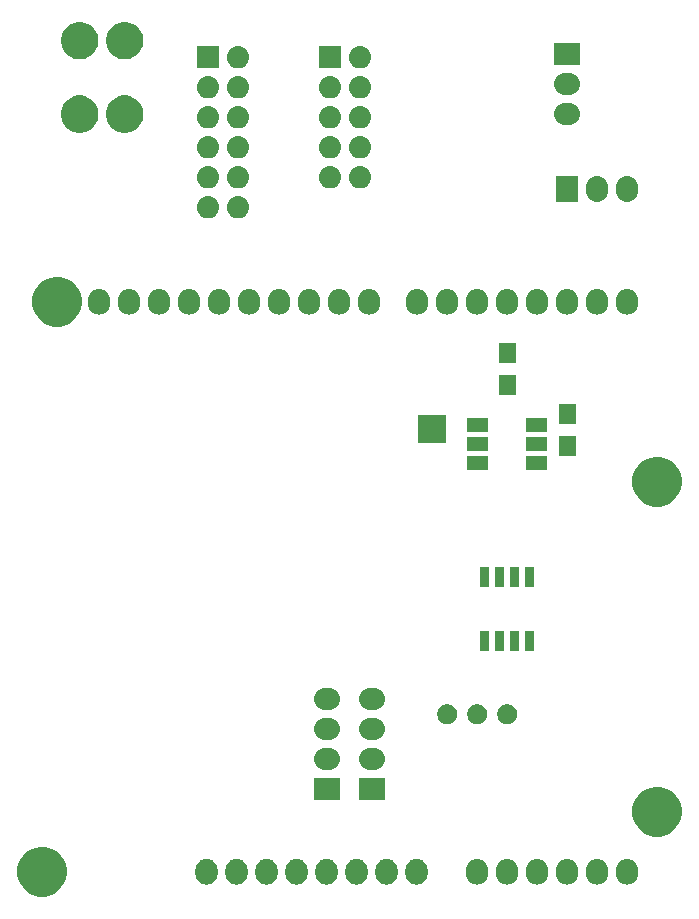
<source format=gts>
G04 #@! TF.GenerationSoftware,KiCad,Pcbnew,5.0.0-rc2*
G04 #@! TF.CreationDate,2018-11-13T00:27:13-05:00*
G04 #@! TF.ProjectId,uno,756E6F2E6B696361645F706362000000,v1.0*
G04 #@! TF.SameCoordinates,Original*
G04 #@! TF.FileFunction,Soldermask,Top*
G04 #@! TF.FilePolarity,Negative*
%FSLAX46Y46*%
G04 Gerber Fmt 4.6, Leading zero omitted, Abs format (unit mm)*
G04 Created by KiCad (PCBNEW 5.0.0-rc2) date Tue Nov 13 00:27:13 2018*
%MOMM*%
%LPD*%
G01*
G04 APERTURE LIST*
%ADD10C,0.100000*%
G04 APERTURE END LIST*
D10*
G36*
X34904939Y-106557817D02*
X35288607Y-106716737D01*
X35633899Y-106947454D01*
X35927546Y-107241101D01*
X36158263Y-107586393D01*
X36317183Y-107970061D01*
X36398200Y-108377360D01*
X36398200Y-108792640D01*
X36317183Y-109199939D01*
X36158263Y-109583607D01*
X35927546Y-109928899D01*
X35633899Y-110222546D01*
X35288607Y-110453263D01*
X34904939Y-110612183D01*
X34497640Y-110693200D01*
X34082360Y-110693200D01*
X33675061Y-110612183D01*
X33291393Y-110453263D01*
X32946101Y-110222546D01*
X32652454Y-109928899D01*
X32421737Y-109583607D01*
X32262817Y-109199939D01*
X32181800Y-108792640D01*
X32181800Y-108377360D01*
X32262817Y-107970061D01*
X32421737Y-107586393D01*
X32652454Y-107241101D01*
X32946101Y-106947454D01*
X33291393Y-106716737D01*
X33675061Y-106557817D01*
X34082360Y-106476800D01*
X34497640Y-106476800D01*
X34904939Y-106557817D01*
X34904939Y-106557817D01*
G37*
G36*
X53473427Y-107506397D02*
X53473429Y-107506398D01*
X53473432Y-107506398D01*
X53650585Y-107560137D01*
X53803310Y-107641771D01*
X53813852Y-107647405D01*
X53956953Y-107764846D01*
X54074394Y-107907947D01*
X54074395Y-107907949D01*
X54161662Y-108071214D01*
X54215401Y-108248367D01*
X54215401Y-108248368D01*
X54215402Y-108248372D01*
X54228999Y-108386427D01*
X54229000Y-108783573D01*
X54215403Y-108921627D01*
X54215402Y-108921629D01*
X54215402Y-108921632D01*
X54161663Y-109098785D01*
X54107595Y-109199939D01*
X54074395Y-109262052D01*
X53956954Y-109405153D01*
X53813853Y-109522594D01*
X53813851Y-109522595D01*
X53650586Y-109609862D01*
X53473433Y-109663601D01*
X53473430Y-109663601D01*
X53473428Y-109663602D01*
X53289200Y-109681748D01*
X53104973Y-109663603D01*
X53104971Y-109663602D01*
X53104968Y-109663602D01*
X52927815Y-109609863D01*
X52764550Y-109522596D01*
X52764548Y-109522595D01*
X52621447Y-109405154D01*
X52504006Y-109262053D01*
X52498371Y-109251511D01*
X52416738Y-109098786D01*
X52362999Y-108921633D01*
X52362999Y-108921630D01*
X52362998Y-108921628D01*
X52349401Y-108783573D01*
X52349400Y-108386427D01*
X52362997Y-108248373D01*
X52362998Y-108248371D01*
X52362998Y-108248368D01*
X52416737Y-108071215D01*
X52504004Y-107907950D01*
X52504005Y-107907948D01*
X52621446Y-107764847D01*
X52764547Y-107647406D01*
X52775089Y-107641772D01*
X52927814Y-107560138D01*
X53104967Y-107506399D01*
X53104970Y-107506399D01*
X53104972Y-107506398D01*
X53289200Y-107488252D01*
X53473427Y-107506397D01*
X53473427Y-107506397D01*
G37*
G36*
X61093427Y-107506397D02*
X61093429Y-107506398D01*
X61093432Y-107506398D01*
X61270585Y-107560137D01*
X61423310Y-107641771D01*
X61433852Y-107647405D01*
X61576953Y-107764846D01*
X61694394Y-107907947D01*
X61694395Y-107907949D01*
X61781662Y-108071214D01*
X61835401Y-108248367D01*
X61835401Y-108248368D01*
X61835402Y-108248372D01*
X61848999Y-108386427D01*
X61849000Y-108783573D01*
X61835403Y-108921627D01*
X61835402Y-108921629D01*
X61835402Y-108921632D01*
X61781663Y-109098785D01*
X61727595Y-109199939D01*
X61694395Y-109262052D01*
X61576954Y-109405153D01*
X61433853Y-109522594D01*
X61433851Y-109522595D01*
X61270586Y-109609862D01*
X61093433Y-109663601D01*
X61093430Y-109663601D01*
X61093428Y-109663602D01*
X60909200Y-109681748D01*
X60724973Y-109663603D01*
X60724971Y-109663602D01*
X60724968Y-109663602D01*
X60547815Y-109609863D01*
X60384550Y-109522596D01*
X60384548Y-109522595D01*
X60241447Y-109405154D01*
X60124006Y-109262053D01*
X60118371Y-109251511D01*
X60036738Y-109098786D01*
X59982999Y-108921633D01*
X59982999Y-108921630D01*
X59982998Y-108921628D01*
X59969401Y-108783573D01*
X59969400Y-108386427D01*
X59982997Y-108248373D01*
X59982998Y-108248371D01*
X59982998Y-108248368D01*
X60036737Y-108071215D01*
X60124004Y-107907950D01*
X60124005Y-107907948D01*
X60241446Y-107764847D01*
X60384547Y-107647406D01*
X60395089Y-107641772D01*
X60547814Y-107560138D01*
X60724967Y-107506399D01*
X60724970Y-107506399D01*
X60724972Y-107506398D01*
X60909200Y-107488252D01*
X61093427Y-107506397D01*
X61093427Y-107506397D01*
G37*
G36*
X71278827Y-107506397D02*
X71278829Y-107506398D01*
X71278832Y-107506398D01*
X71455985Y-107560137D01*
X71608710Y-107641771D01*
X71619252Y-107647405D01*
X71762353Y-107764846D01*
X71879794Y-107907947D01*
X71879795Y-107907949D01*
X71967062Y-108071214D01*
X72020801Y-108248367D01*
X72020801Y-108248368D01*
X72020802Y-108248372D01*
X72034399Y-108386427D01*
X72034400Y-108783573D01*
X72020803Y-108921627D01*
X72020802Y-108921629D01*
X72020802Y-108921632D01*
X71967063Y-109098785D01*
X71912995Y-109199939D01*
X71879795Y-109262052D01*
X71762354Y-109405153D01*
X71619253Y-109522594D01*
X71619251Y-109522595D01*
X71455986Y-109609862D01*
X71278833Y-109663601D01*
X71278830Y-109663601D01*
X71278828Y-109663602D01*
X71094600Y-109681748D01*
X70910373Y-109663603D01*
X70910371Y-109663602D01*
X70910368Y-109663602D01*
X70733215Y-109609863D01*
X70569950Y-109522596D01*
X70569948Y-109522595D01*
X70426847Y-109405154D01*
X70309406Y-109262053D01*
X70303771Y-109251511D01*
X70222138Y-109098786D01*
X70168399Y-108921633D01*
X70168399Y-108921630D01*
X70168398Y-108921628D01*
X70154801Y-108783573D01*
X70154800Y-108386427D01*
X70168397Y-108248373D01*
X70168398Y-108248371D01*
X70168398Y-108248368D01*
X70222137Y-108071215D01*
X70309404Y-107907950D01*
X70309405Y-107907948D01*
X70426846Y-107764847D01*
X70569947Y-107647406D01*
X70580489Y-107641771D01*
X70733214Y-107560138D01*
X70910367Y-107506399D01*
X70910370Y-107506399D01*
X70910372Y-107506398D01*
X71094600Y-107488252D01*
X71278827Y-107506397D01*
X71278827Y-107506397D01*
G37*
G36*
X63633427Y-107506397D02*
X63633429Y-107506398D01*
X63633432Y-107506398D01*
X63810585Y-107560137D01*
X63963310Y-107641771D01*
X63973852Y-107647405D01*
X64116953Y-107764846D01*
X64234394Y-107907947D01*
X64234395Y-107907949D01*
X64321662Y-108071214D01*
X64375401Y-108248367D01*
X64375401Y-108248368D01*
X64375402Y-108248372D01*
X64388999Y-108386427D01*
X64389000Y-108783573D01*
X64375403Y-108921627D01*
X64375402Y-108921629D01*
X64375402Y-108921632D01*
X64321663Y-109098785D01*
X64267595Y-109199939D01*
X64234395Y-109262052D01*
X64116954Y-109405153D01*
X63973853Y-109522594D01*
X63973851Y-109522595D01*
X63810586Y-109609862D01*
X63633433Y-109663601D01*
X63633430Y-109663601D01*
X63633428Y-109663602D01*
X63449200Y-109681748D01*
X63264973Y-109663603D01*
X63264971Y-109663602D01*
X63264968Y-109663602D01*
X63087815Y-109609863D01*
X62924550Y-109522596D01*
X62924548Y-109522595D01*
X62781447Y-109405154D01*
X62664006Y-109262053D01*
X62658371Y-109251511D01*
X62576738Y-109098786D01*
X62522999Y-108921633D01*
X62522999Y-108921630D01*
X62522998Y-108921628D01*
X62509401Y-108783573D01*
X62509400Y-108386427D01*
X62522997Y-108248373D01*
X62522998Y-108248371D01*
X62522998Y-108248368D01*
X62576737Y-108071215D01*
X62664004Y-107907950D01*
X62664005Y-107907948D01*
X62781446Y-107764847D01*
X62924547Y-107647406D01*
X62935089Y-107641772D01*
X63087814Y-107560138D01*
X63264967Y-107506399D01*
X63264970Y-107506399D01*
X63264972Y-107506398D01*
X63449200Y-107488252D01*
X63633427Y-107506397D01*
X63633427Y-107506397D01*
G37*
G36*
X58553427Y-107506397D02*
X58553429Y-107506398D01*
X58553432Y-107506398D01*
X58730585Y-107560137D01*
X58883310Y-107641771D01*
X58893852Y-107647405D01*
X59036953Y-107764846D01*
X59154394Y-107907947D01*
X59154395Y-107907949D01*
X59241662Y-108071214D01*
X59295401Y-108248367D01*
X59295401Y-108248368D01*
X59295402Y-108248372D01*
X59308999Y-108386427D01*
X59309000Y-108783573D01*
X59295403Y-108921627D01*
X59295402Y-108921629D01*
X59295402Y-108921632D01*
X59241663Y-109098785D01*
X59187595Y-109199939D01*
X59154395Y-109262052D01*
X59036954Y-109405153D01*
X58893853Y-109522594D01*
X58893851Y-109522595D01*
X58730586Y-109609862D01*
X58553433Y-109663601D01*
X58553430Y-109663601D01*
X58553428Y-109663602D01*
X58369200Y-109681748D01*
X58184973Y-109663603D01*
X58184971Y-109663602D01*
X58184968Y-109663602D01*
X58007815Y-109609863D01*
X57844550Y-109522596D01*
X57844548Y-109522595D01*
X57701447Y-109405154D01*
X57584006Y-109262053D01*
X57578371Y-109251511D01*
X57496738Y-109098786D01*
X57442999Y-108921633D01*
X57442999Y-108921630D01*
X57442998Y-108921628D01*
X57429401Y-108783573D01*
X57429400Y-108386427D01*
X57442997Y-108248373D01*
X57442998Y-108248371D01*
X57442998Y-108248368D01*
X57496737Y-108071215D01*
X57584004Y-107907950D01*
X57584005Y-107907948D01*
X57701446Y-107764847D01*
X57844547Y-107647406D01*
X57855089Y-107641772D01*
X58007814Y-107560138D01*
X58184967Y-107506399D01*
X58184970Y-107506399D01*
X58184972Y-107506398D01*
X58369200Y-107488252D01*
X58553427Y-107506397D01*
X58553427Y-107506397D01*
G37*
G36*
X56013427Y-107506397D02*
X56013429Y-107506398D01*
X56013432Y-107506398D01*
X56190585Y-107560137D01*
X56343310Y-107641771D01*
X56353852Y-107647405D01*
X56496953Y-107764846D01*
X56614394Y-107907947D01*
X56614395Y-107907949D01*
X56701662Y-108071214D01*
X56755401Y-108248367D01*
X56755401Y-108248368D01*
X56755402Y-108248372D01*
X56768999Y-108386427D01*
X56769000Y-108783573D01*
X56755403Y-108921627D01*
X56755402Y-108921629D01*
X56755402Y-108921632D01*
X56701663Y-109098785D01*
X56647595Y-109199939D01*
X56614395Y-109262052D01*
X56496954Y-109405153D01*
X56353853Y-109522594D01*
X56353851Y-109522595D01*
X56190586Y-109609862D01*
X56013433Y-109663601D01*
X56013430Y-109663601D01*
X56013428Y-109663602D01*
X55829200Y-109681748D01*
X55644973Y-109663603D01*
X55644971Y-109663602D01*
X55644968Y-109663602D01*
X55467815Y-109609863D01*
X55304550Y-109522596D01*
X55304548Y-109522595D01*
X55161447Y-109405154D01*
X55044006Y-109262053D01*
X55038371Y-109251511D01*
X54956738Y-109098786D01*
X54902999Y-108921633D01*
X54902999Y-108921630D01*
X54902998Y-108921628D01*
X54889401Y-108783573D01*
X54889400Y-108386427D01*
X54902997Y-108248373D01*
X54902998Y-108248371D01*
X54902998Y-108248368D01*
X54956737Y-108071215D01*
X55044004Y-107907950D01*
X55044005Y-107907948D01*
X55161446Y-107764847D01*
X55304547Y-107647406D01*
X55315089Y-107641772D01*
X55467814Y-107560138D01*
X55644967Y-107506399D01*
X55644970Y-107506399D01*
X55644972Y-107506398D01*
X55829200Y-107488252D01*
X56013427Y-107506397D01*
X56013427Y-107506397D01*
G37*
G36*
X50933427Y-107506397D02*
X50933429Y-107506398D01*
X50933432Y-107506398D01*
X51110585Y-107560137D01*
X51263310Y-107641771D01*
X51273852Y-107647405D01*
X51416953Y-107764846D01*
X51534394Y-107907947D01*
X51534395Y-107907949D01*
X51621662Y-108071214D01*
X51675401Y-108248367D01*
X51675401Y-108248368D01*
X51675402Y-108248372D01*
X51688999Y-108386427D01*
X51689000Y-108783573D01*
X51675403Y-108921627D01*
X51675402Y-108921629D01*
X51675402Y-108921632D01*
X51621663Y-109098785D01*
X51567595Y-109199939D01*
X51534395Y-109262052D01*
X51416954Y-109405153D01*
X51273853Y-109522594D01*
X51273851Y-109522595D01*
X51110586Y-109609862D01*
X50933433Y-109663601D01*
X50933430Y-109663601D01*
X50933428Y-109663602D01*
X50749200Y-109681748D01*
X50564973Y-109663603D01*
X50564971Y-109663602D01*
X50564968Y-109663602D01*
X50387815Y-109609863D01*
X50224550Y-109522596D01*
X50224548Y-109522595D01*
X50081447Y-109405154D01*
X49964006Y-109262053D01*
X49958371Y-109251511D01*
X49876738Y-109098786D01*
X49822999Y-108921633D01*
X49822999Y-108921630D01*
X49822998Y-108921628D01*
X49809401Y-108783573D01*
X49809400Y-108386427D01*
X49822997Y-108248373D01*
X49822998Y-108248371D01*
X49822998Y-108248368D01*
X49876737Y-108071215D01*
X49964004Y-107907950D01*
X49964005Y-107907948D01*
X50081446Y-107764847D01*
X50224547Y-107647406D01*
X50235089Y-107641772D01*
X50387814Y-107560138D01*
X50564967Y-107506399D01*
X50564970Y-107506399D01*
X50564972Y-107506398D01*
X50749200Y-107488252D01*
X50933427Y-107506397D01*
X50933427Y-107506397D01*
G37*
G36*
X73818827Y-107506397D02*
X73818829Y-107506398D01*
X73818832Y-107506398D01*
X73995985Y-107560137D01*
X74148710Y-107641771D01*
X74159252Y-107647405D01*
X74302353Y-107764846D01*
X74419794Y-107907947D01*
X74419795Y-107907949D01*
X74507062Y-108071214D01*
X74560801Y-108248367D01*
X74560801Y-108248368D01*
X74560802Y-108248372D01*
X74574399Y-108386427D01*
X74574400Y-108783573D01*
X74560803Y-108921627D01*
X74560802Y-108921629D01*
X74560802Y-108921632D01*
X74507063Y-109098785D01*
X74452995Y-109199939D01*
X74419795Y-109262052D01*
X74302354Y-109405153D01*
X74159253Y-109522594D01*
X74159251Y-109522595D01*
X73995986Y-109609862D01*
X73818833Y-109663601D01*
X73818830Y-109663601D01*
X73818828Y-109663602D01*
X73634600Y-109681748D01*
X73450373Y-109663603D01*
X73450371Y-109663602D01*
X73450368Y-109663602D01*
X73273215Y-109609863D01*
X73109950Y-109522596D01*
X73109948Y-109522595D01*
X72966847Y-109405154D01*
X72849406Y-109262053D01*
X72843771Y-109251511D01*
X72762138Y-109098786D01*
X72708399Y-108921633D01*
X72708399Y-108921630D01*
X72708398Y-108921628D01*
X72694801Y-108783573D01*
X72694800Y-108386427D01*
X72708397Y-108248373D01*
X72708398Y-108248371D01*
X72708398Y-108248368D01*
X72762137Y-108071215D01*
X72849404Y-107907950D01*
X72849405Y-107907948D01*
X72966846Y-107764847D01*
X73109947Y-107647406D01*
X73120489Y-107641771D01*
X73273214Y-107560138D01*
X73450367Y-107506399D01*
X73450370Y-107506399D01*
X73450372Y-107506398D01*
X73634600Y-107488252D01*
X73818827Y-107506397D01*
X73818827Y-107506397D01*
G37*
G36*
X76358827Y-107506397D02*
X76358829Y-107506398D01*
X76358832Y-107506398D01*
X76535985Y-107560137D01*
X76688710Y-107641771D01*
X76699252Y-107647405D01*
X76842353Y-107764846D01*
X76959794Y-107907947D01*
X76959795Y-107907949D01*
X77047062Y-108071214D01*
X77100801Y-108248367D01*
X77100801Y-108248368D01*
X77100802Y-108248372D01*
X77114399Y-108386427D01*
X77114400Y-108783573D01*
X77100803Y-108921627D01*
X77100802Y-108921629D01*
X77100802Y-108921632D01*
X77047063Y-109098785D01*
X76992995Y-109199939D01*
X76959795Y-109262052D01*
X76842354Y-109405153D01*
X76699253Y-109522594D01*
X76699251Y-109522595D01*
X76535986Y-109609862D01*
X76358833Y-109663601D01*
X76358830Y-109663601D01*
X76358828Y-109663602D01*
X76174600Y-109681748D01*
X75990373Y-109663603D01*
X75990371Y-109663602D01*
X75990368Y-109663602D01*
X75813215Y-109609863D01*
X75649950Y-109522596D01*
X75649948Y-109522595D01*
X75506847Y-109405154D01*
X75389406Y-109262053D01*
X75383771Y-109251511D01*
X75302138Y-109098786D01*
X75248399Y-108921633D01*
X75248399Y-108921630D01*
X75248398Y-108921628D01*
X75234801Y-108783573D01*
X75234800Y-108386427D01*
X75248397Y-108248373D01*
X75248398Y-108248371D01*
X75248398Y-108248368D01*
X75302137Y-108071215D01*
X75389404Y-107907950D01*
X75389405Y-107907948D01*
X75506846Y-107764847D01*
X75649947Y-107647406D01*
X75660489Y-107641771D01*
X75813214Y-107560138D01*
X75990367Y-107506399D01*
X75990370Y-107506399D01*
X75990372Y-107506398D01*
X76174600Y-107488252D01*
X76358827Y-107506397D01*
X76358827Y-107506397D01*
G37*
G36*
X78898827Y-107506397D02*
X78898829Y-107506398D01*
X78898832Y-107506398D01*
X79075985Y-107560137D01*
X79228710Y-107641771D01*
X79239252Y-107647405D01*
X79382353Y-107764846D01*
X79499794Y-107907947D01*
X79499795Y-107907949D01*
X79587062Y-108071214D01*
X79640801Y-108248367D01*
X79640801Y-108248368D01*
X79640802Y-108248372D01*
X79654399Y-108386427D01*
X79654400Y-108783573D01*
X79640803Y-108921627D01*
X79640802Y-108921629D01*
X79640802Y-108921632D01*
X79587063Y-109098785D01*
X79532995Y-109199939D01*
X79499795Y-109262052D01*
X79382354Y-109405153D01*
X79239253Y-109522594D01*
X79239251Y-109522595D01*
X79075986Y-109609862D01*
X78898833Y-109663601D01*
X78898830Y-109663601D01*
X78898828Y-109663602D01*
X78714600Y-109681748D01*
X78530373Y-109663603D01*
X78530371Y-109663602D01*
X78530368Y-109663602D01*
X78353215Y-109609863D01*
X78189950Y-109522596D01*
X78189948Y-109522595D01*
X78046847Y-109405154D01*
X77929406Y-109262053D01*
X77923771Y-109251511D01*
X77842138Y-109098786D01*
X77788399Y-108921633D01*
X77788399Y-108921630D01*
X77788398Y-108921628D01*
X77774801Y-108783573D01*
X77774800Y-108386427D01*
X77788397Y-108248373D01*
X77788398Y-108248371D01*
X77788398Y-108248368D01*
X77842137Y-108071215D01*
X77929404Y-107907950D01*
X77929405Y-107907948D01*
X78046846Y-107764847D01*
X78189947Y-107647406D01*
X78200489Y-107641771D01*
X78353214Y-107560138D01*
X78530367Y-107506399D01*
X78530370Y-107506399D01*
X78530372Y-107506398D01*
X78714600Y-107488252D01*
X78898827Y-107506397D01*
X78898827Y-107506397D01*
G37*
G36*
X81438827Y-107506397D02*
X81438829Y-107506398D01*
X81438832Y-107506398D01*
X81615985Y-107560137D01*
X81768710Y-107641771D01*
X81779252Y-107647405D01*
X81922353Y-107764846D01*
X82039794Y-107907947D01*
X82039795Y-107907949D01*
X82127062Y-108071214D01*
X82180801Y-108248367D01*
X82180801Y-108248368D01*
X82180802Y-108248372D01*
X82194399Y-108386427D01*
X82194400Y-108783573D01*
X82180803Y-108921627D01*
X82180802Y-108921629D01*
X82180802Y-108921632D01*
X82127063Y-109098785D01*
X82072995Y-109199939D01*
X82039795Y-109262052D01*
X81922354Y-109405153D01*
X81779253Y-109522594D01*
X81779251Y-109522595D01*
X81615986Y-109609862D01*
X81438833Y-109663601D01*
X81438830Y-109663601D01*
X81438828Y-109663602D01*
X81254600Y-109681748D01*
X81070373Y-109663603D01*
X81070371Y-109663602D01*
X81070368Y-109663602D01*
X80893215Y-109609863D01*
X80729950Y-109522596D01*
X80729948Y-109522595D01*
X80586847Y-109405154D01*
X80469406Y-109262053D01*
X80463771Y-109251511D01*
X80382138Y-109098786D01*
X80328399Y-108921633D01*
X80328399Y-108921630D01*
X80328398Y-108921628D01*
X80314801Y-108783573D01*
X80314800Y-108386427D01*
X80328397Y-108248373D01*
X80328398Y-108248371D01*
X80328398Y-108248368D01*
X80382137Y-108071215D01*
X80469404Y-107907950D01*
X80469405Y-107907948D01*
X80586846Y-107764847D01*
X80729947Y-107647406D01*
X80740489Y-107641771D01*
X80893214Y-107560138D01*
X81070367Y-107506399D01*
X81070370Y-107506399D01*
X81070372Y-107506398D01*
X81254600Y-107488252D01*
X81438827Y-107506397D01*
X81438827Y-107506397D01*
G37*
G36*
X83978827Y-107506397D02*
X83978829Y-107506398D01*
X83978832Y-107506398D01*
X84155985Y-107560137D01*
X84308710Y-107641771D01*
X84319252Y-107647405D01*
X84462353Y-107764846D01*
X84579794Y-107907947D01*
X84579795Y-107907949D01*
X84667062Y-108071214D01*
X84720801Y-108248367D01*
X84720801Y-108248368D01*
X84720802Y-108248372D01*
X84734399Y-108386427D01*
X84734400Y-108783573D01*
X84720803Y-108921627D01*
X84720802Y-108921629D01*
X84720802Y-108921632D01*
X84667063Y-109098785D01*
X84612995Y-109199939D01*
X84579795Y-109262052D01*
X84462354Y-109405153D01*
X84319253Y-109522594D01*
X84319251Y-109522595D01*
X84155986Y-109609862D01*
X83978833Y-109663601D01*
X83978830Y-109663601D01*
X83978828Y-109663602D01*
X83794600Y-109681748D01*
X83610373Y-109663603D01*
X83610371Y-109663602D01*
X83610368Y-109663602D01*
X83433215Y-109609863D01*
X83269950Y-109522596D01*
X83269948Y-109522595D01*
X83126847Y-109405154D01*
X83009406Y-109262053D01*
X83003771Y-109251511D01*
X82922138Y-109098786D01*
X82868399Y-108921633D01*
X82868399Y-108921630D01*
X82868398Y-108921628D01*
X82854801Y-108783573D01*
X82854800Y-108386427D01*
X82868397Y-108248373D01*
X82868398Y-108248371D01*
X82868398Y-108248368D01*
X82922137Y-108071215D01*
X83009404Y-107907950D01*
X83009405Y-107907948D01*
X83126846Y-107764847D01*
X83269947Y-107647406D01*
X83280489Y-107641771D01*
X83433214Y-107560138D01*
X83610367Y-107506399D01*
X83610370Y-107506399D01*
X83610372Y-107506398D01*
X83794600Y-107488252D01*
X83978827Y-107506397D01*
X83978827Y-107506397D01*
G37*
G36*
X48393427Y-107506397D02*
X48393429Y-107506398D01*
X48393432Y-107506398D01*
X48570585Y-107560137D01*
X48723310Y-107641771D01*
X48733852Y-107647405D01*
X48876953Y-107764846D01*
X48994394Y-107907947D01*
X48994395Y-107907949D01*
X49081662Y-108071214D01*
X49135401Y-108248367D01*
X49135401Y-108248368D01*
X49135402Y-108248372D01*
X49148999Y-108386427D01*
X49149000Y-108783573D01*
X49135403Y-108921627D01*
X49135402Y-108921629D01*
X49135402Y-108921632D01*
X49081663Y-109098785D01*
X49027595Y-109199939D01*
X48994395Y-109262052D01*
X48876954Y-109405153D01*
X48733853Y-109522594D01*
X48733851Y-109522595D01*
X48570586Y-109609862D01*
X48393433Y-109663601D01*
X48393430Y-109663601D01*
X48393428Y-109663602D01*
X48209200Y-109681748D01*
X48024973Y-109663603D01*
X48024971Y-109663602D01*
X48024968Y-109663602D01*
X47847815Y-109609863D01*
X47684550Y-109522596D01*
X47684548Y-109522595D01*
X47541447Y-109405154D01*
X47424006Y-109262053D01*
X47418371Y-109251511D01*
X47336738Y-109098786D01*
X47282999Y-108921633D01*
X47282999Y-108921630D01*
X47282998Y-108921628D01*
X47269401Y-108783573D01*
X47269400Y-108386427D01*
X47282997Y-108248373D01*
X47282998Y-108248371D01*
X47282998Y-108248368D01*
X47336737Y-108071215D01*
X47424004Y-107907950D01*
X47424005Y-107907948D01*
X47541446Y-107764847D01*
X47684547Y-107647406D01*
X47695089Y-107641772D01*
X47847814Y-107560138D01*
X48024967Y-107506399D01*
X48024970Y-107506399D01*
X48024972Y-107506398D01*
X48209200Y-107488252D01*
X48393427Y-107506397D01*
X48393427Y-107506397D01*
G37*
G36*
X66173427Y-107506397D02*
X66173429Y-107506398D01*
X66173432Y-107506398D01*
X66350585Y-107560137D01*
X66503310Y-107641771D01*
X66513852Y-107647405D01*
X66656953Y-107764846D01*
X66774394Y-107907947D01*
X66774395Y-107907949D01*
X66861662Y-108071214D01*
X66915401Y-108248367D01*
X66915401Y-108248368D01*
X66915402Y-108248372D01*
X66928999Y-108386427D01*
X66929000Y-108783573D01*
X66915403Y-108921627D01*
X66915402Y-108921629D01*
X66915402Y-108921632D01*
X66861663Y-109098785D01*
X66807595Y-109199939D01*
X66774395Y-109262052D01*
X66656954Y-109405153D01*
X66513853Y-109522594D01*
X66513851Y-109522595D01*
X66350586Y-109609862D01*
X66173433Y-109663601D01*
X66173430Y-109663601D01*
X66173428Y-109663602D01*
X65989200Y-109681748D01*
X65804973Y-109663603D01*
X65804971Y-109663602D01*
X65804968Y-109663602D01*
X65627815Y-109609863D01*
X65464550Y-109522596D01*
X65464548Y-109522595D01*
X65321447Y-109405154D01*
X65204006Y-109262053D01*
X65198371Y-109251511D01*
X65116738Y-109098786D01*
X65062999Y-108921633D01*
X65062999Y-108921630D01*
X65062998Y-108921628D01*
X65049401Y-108783573D01*
X65049400Y-108386427D01*
X65062997Y-108248373D01*
X65062998Y-108248371D01*
X65062998Y-108248368D01*
X65116737Y-108071215D01*
X65204004Y-107907950D01*
X65204005Y-107907948D01*
X65321446Y-107764847D01*
X65464547Y-107647406D01*
X65475089Y-107641772D01*
X65627814Y-107560138D01*
X65804967Y-107506399D01*
X65804970Y-107506399D01*
X65804972Y-107506398D01*
X65989200Y-107488252D01*
X66173427Y-107506397D01*
X66173427Y-107506397D01*
G37*
G36*
X86974939Y-101477817D02*
X87358607Y-101636737D01*
X87703899Y-101867454D01*
X87997546Y-102161101D01*
X88228263Y-102506393D01*
X88387183Y-102890061D01*
X88468200Y-103297360D01*
X88468200Y-103712640D01*
X88387183Y-104119939D01*
X88228263Y-104503607D01*
X87997546Y-104848899D01*
X87703899Y-105142546D01*
X87358607Y-105373263D01*
X86974939Y-105532183D01*
X86567640Y-105613200D01*
X86152360Y-105613200D01*
X85745061Y-105532183D01*
X85361393Y-105373263D01*
X85016101Y-105142546D01*
X84722454Y-104848899D01*
X84491737Y-104503607D01*
X84332817Y-104119939D01*
X84251800Y-103712640D01*
X84251800Y-103297360D01*
X84332817Y-102890061D01*
X84491737Y-102506393D01*
X84722454Y-102161101D01*
X85016101Y-101867454D01*
X85361393Y-101636737D01*
X85745061Y-101477817D01*
X86152360Y-101396800D01*
X86567640Y-101396800D01*
X86974939Y-101477817D01*
X86974939Y-101477817D01*
G37*
G36*
X63322200Y-102539800D02*
X61137800Y-102539800D01*
X61137800Y-100660200D01*
X63322200Y-100660200D01*
X63322200Y-102539800D01*
X63322200Y-102539800D01*
G37*
G36*
X59512200Y-102539800D02*
X57327800Y-102539800D01*
X57327800Y-100660200D01*
X59512200Y-100660200D01*
X59512200Y-102539800D01*
X59512200Y-102539800D01*
G37*
G36*
X62566628Y-98133797D02*
X62566630Y-98133798D01*
X62566633Y-98133798D01*
X62743786Y-98187537D01*
X62896511Y-98269170D01*
X62907053Y-98274805D01*
X63050154Y-98392246D01*
X63167595Y-98535347D01*
X63167596Y-98535349D01*
X63254863Y-98698614D01*
X63308602Y-98875767D01*
X63308602Y-98875770D01*
X63308603Y-98875772D01*
X63326748Y-99060000D01*
X63308603Y-99244228D01*
X63308602Y-99244230D01*
X63308602Y-99244233D01*
X63254863Y-99421386D01*
X63173230Y-99574111D01*
X63167595Y-99584653D01*
X63050154Y-99727754D01*
X62907053Y-99845195D01*
X62907051Y-99845196D01*
X62743786Y-99932463D01*
X62566633Y-99986202D01*
X62566630Y-99986202D01*
X62566628Y-99986203D01*
X62428574Y-99999800D01*
X62031426Y-99999800D01*
X61893372Y-99986203D01*
X61893370Y-99986202D01*
X61893367Y-99986202D01*
X61716214Y-99932463D01*
X61552949Y-99845196D01*
X61552947Y-99845195D01*
X61409846Y-99727754D01*
X61292405Y-99584653D01*
X61286770Y-99574111D01*
X61205137Y-99421386D01*
X61151398Y-99244233D01*
X61151398Y-99244230D01*
X61151397Y-99244228D01*
X61133252Y-99060000D01*
X61151397Y-98875772D01*
X61151398Y-98875770D01*
X61151398Y-98875767D01*
X61205137Y-98698614D01*
X61292404Y-98535349D01*
X61292405Y-98535347D01*
X61409846Y-98392246D01*
X61552947Y-98274805D01*
X61563489Y-98269170D01*
X61716214Y-98187537D01*
X61893367Y-98133798D01*
X61893370Y-98133798D01*
X61893372Y-98133797D01*
X62031426Y-98120200D01*
X62428574Y-98120200D01*
X62566628Y-98133797D01*
X62566628Y-98133797D01*
G37*
G36*
X58756628Y-98133797D02*
X58756630Y-98133798D01*
X58756633Y-98133798D01*
X58933786Y-98187537D01*
X59086511Y-98269170D01*
X59097053Y-98274805D01*
X59240154Y-98392246D01*
X59357595Y-98535347D01*
X59357596Y-98535349D01*
X59444863Y-98698614D01*
X59498602Y-98875767D01*
X59498602Y-98875770D01*
X59498603Y-98875772D01*
X59516748Y-99060000D01*
X59498603Y-99244228D01*
X59498602Y-99244230D01*
X59498602Y-99244233D01*
X59444863Y-99421386D01*
X59363230Y-99574111D01*
X59357595Y-99584653D01*
X59240154Y-99727754D01*
X59097053Y-99845195D01*
X59097051Y-99845196D01*
X58933786Y-99932463D01*
X58756633Y-99986202D01*
X58756630Y-99986202D01*
X58756628Y-99986203D01*
X58618574Y-99999800D01*
X58221426Y-99999800D01*
X58083372Y-99986203D01*
X58083370Y-99986202D01*
X58083367Y-99986202D01*
X57906214Y-99932463D01*
X57742949Y-99845196D01*
X57742947Y-99845195D01*
X57599846Y-99727754D01*
X57482405Y-99584653D01*
X57476770Y-99574111D01*
X57395137Y-99421386D01*
X57341398Y-99244233D01*
X57341398Y-99244230D01*
X57341397Y-99244228D01*
X57323252Y-99060000D01*
X57341397Y-98875772D01*
X57341398Y-98875770D01*
X57341398Y-98875767D01*
X57395137Y-98698614D01*
X57482404Y-98535349D01*
X57482405Y-98535347D01*
X57599846Y-98392246D01*
X57742947Y-98274805D01*
X57753489Y-98269170D01*
X57906214Y-98187537D01*
X58083367Y-98133798D01*
X58083370Y-98133798D01*
X58083372Y-98133797D01*
X58221426Y-98120200D01*
X58618574Y-98120200D01*
X58756628Y-98133797D01*
X58756628Y-98133797D01*
G37*
G36*
X58756628Y-95593797D02*
X58756630Y-95593798D01*
X58756633Y-95593798D01*
X58933786Y-95647537D01*
X59086511Y-95729170D01*
X59097053Y-95734805D01*
X59240154Y-95852246D01*
X59357595Y-95995347D01*
X59357596Y-95995349D01*
X59444863Y-96158614D01*
X59498602Y-96335767D01*
X59498602Y-96335770D01*
X59498603Y-96335772D01*
X59516748Y-96520000D01*
X59498603Y-96704228D01*
X59498602Y-96704230D01*
X59498602Y-96704233D01*
X59444863Y-96881386D01*
X59363230Y-97034111D01*
X59357595Y-97044653D01*
X59240154Y-97187754D01*
X59097053Y-97305195D01*
X59097051Y-97305196D01*
X58933786Y-97392463D01*
X58756633Y-97446202D01*
X58756630Y-97446202D01*
X58756628Y-97446203D01*
X58618574Y-97459800D01*
X58221426Y-97459800D01*
X58083372Y-97446203D01*
X58083370Y-97446202D01*
X58083367Y-97446202D01*
X57906214Y-97392463D01*
X57742949Y-97305196D01*
X57742947Y-97305195D01*
X57599846Y-97187754D01*
X57482405Y-97044653D01*
X57476770Y-97034111D01*
X57395137Y-96881386D01*
X57341398Y-96704233D01*
X57341398Y-96704230D01*
X57341397Y-96704228D01*
X57323252Y-96520000D01*
X57341397Y-96335772D01*
X57341398Y-96335770D01*
X57341398Y-96335767D01*
X57395137Y-96158614D01*
X57482404Y-95995349D01*
X57482405Y-95995347D01*
X57599846Y-95852246D01*
X57742947Y-95734805D01*
X57753489Y-95729170D01*
X57906214Y-95647537D01*
X58083367Y-95593798D01*
X58083370Y-95593798D01*
X58083372Y-95593797D01*
X58221426Y-95580200D01*
X58618574Y-95580200D01*
X58756628Y-95593797D01*
X58756628Y-95593797D01*
G37*
G36*
X62566628Y-95593797D02*
X62566630Y-95593798D01*
X62566633Y-95593798D01*
X62743786Y-95647537D01*
X62896511Y-95729170D01*
X62907053Y-95734805D01*
X63050154Y-95852246D01*
X63167595Y-95995347D01*
X63167596Y-95995349D01*
X63254863Y-96158614D01*
X63308602Y-96335767D01*
X63308602Y-96335770D01*
X63308603Y-96335772D01*
X63326748Y-96520000D01*
X63308603Y-96704228D01*
X63308602Y-96704230D01*
X63308602Y-96704233D01*
X63254863Y-96881386D01*
X63173230Y-97034111D01*
X63167595Y-97044653D01*
X63050154Y-97187754D01*
X62907053Y-97305195D01*
X62907051Y-97305196D01*
X62743786Y-97392463D01*
X62566633Y-97446202D01*
X62566630Y-97446202D01*
X62566628Y-97446203D01*
X62428574Y-97459800D01*
X62031426Y-97459800D01*
X61893372Y-97446203D01*
X61893370Y-97446202D01*
X61893367Y-97446202D01*
X61716214Y-97392463D01*
X61552949Y-97305196D01*
X61552947Y-97305195D01*
X61409846Y-97187754D01*
X61292405Y-97044653D01*
X61286770Y-97034111D01*
X61205137Y-96881386D01*
X61151398Y-96704233D01*
X61151398Y-96704230D01*
X61151397Y-96704228D01*
X61133252Y-96520000D01*
X61151397Y-96335772D01*
X61151398Y-96335770D01*
X61151398Y-96335767D01*
X61205137Y-96158614D01*
X61292404Y-95995349D01*
X61292405Y-95995347D01*
X61409846Y-95852246D01*
X61552947Y-95734805D01*
X61563489Y-95729170D01*
X61716214Y-95647537D01*
X61893367Y-95593798D01*
X61893370Y-95593798D01*
X61893372Y-95593797D01*
X62031426Y-95580200D01*
X62428574Y-95580200D01*
X62566628Y-95593797D01*
X62566628Y-95593797D01*
G37*
G36*
X68824494Y-94444011D02*
X68977037Y-94507197D01*
X69114322Y-94598927D01*
X69231073Y-94715678D01*
X69322803Y-94852963D01*
X69385989Y-95005506D01*
X69418200Y-95167444D01*
X69418200Y-95332556D01*
X69385989Y-95494494D01*
X69322803Y-95647037D01*
X69231073Y-95784322D01*
X69114322Y-95901073D01*
X68977037Y-95992803D01*
X68824494Y-96055989D01*
X68662556Y-96088200D01*
X68497444Y-96088200D01*
X68335506Y-96055989D01*
X68182963Y-95992803D01*
X68045678Y-95901073D01*
X67928927Y-95784322D01*
X67837197Y-95647037D01*
X67774011Y-95494494D01*
X67741800Y-95332556D01*
X67741800Y-95167444D01*
X67774011Y-95005506D01*
X67837197Y-94852963D01*
X67928927Y-94715678D01*
X68045678Y-94598927D01*
X68182963Y-94507197D01*
X68335506Y-94444011D01*
X68497444Y-94411800D01*
X68662556Y-94411800D01*
X68824494Y-94444011D01*
X68824494Y-94444011D01*
G37*
G36*
X71364494Y-94444011D02*
X71517037Y-94507197D01*
X71654322Y-94598927D01*
X71771073Y-94715678D01*
X71862803Y-94852963D01*
X71925989Y-95005506D01*
X71958200Y-95167444D01*
X71958200Y-95332556D01*
X71925989Y-95494494D01*
X71862803Y-95647037D01*
X71771073Y-95784322D01*
X71654322Y-95901073D01*
X71517037Y-95992803D01*
X71364494Y-96055989D01*
X71202556Y-96088200D01*
X71037444Y-96088200D01*
X70875506Y-96055989D01*
X70722963Y-95992803D01*
X70585678Y-95901073D01*
X70468927Y-95784322D01*
X70377197Y-95647037D01*
X70314011Y-95494494D01*
X70281800Y-95332556D01*
X70281800Y-95167444D01*
X70314011Y-95005506D01*
X70377197Y-94852963D01*
X70468927Y-94715678D01*
X70585678Y-94598927D01*
X70722963Y-94507197D01*
X70875506Y-94444011D01*
X71037444Y-94411800D01*
X71202556Y-94411800D01*
X71364494Y-94444011D01*
X71364494Y-94444011D01*
G37*
G36*
X73904494Y-94444011D02*
X74057037Y-94507197D01*
X74194322Y-94598927D01*
X74311073Y-94715678D01*
X74402803Y-94852963D01*
X74465989Y-95005506D01*
X74498200Y-95167444D01*
X74498200Y-95332556D01*
X74465989Y-95494494D01*
X74402803Y-95647037D01*
X74311073Y-95784322D01*
X74194322Y-95901073D01*
X74057037Y-95992803D01*
X73904494Y-96055989D01*
X73742556Y-96088200D01*
X73577444Y-96088200D01*
X73415506Y-96055989D01*
X73262963Y-95992803D01*
X73125678Y-95901073D01*
X73008927Y-95784322D01*
X72917197Y-95647037D01*
X72854011Y-95494494D01*
X72821800Y-95332556D01*
X72821800Y-95167444D01*
X72854011Y-95005506D01*
X72917197Y-94852963D01*
X73008927Y-94715678D01*
X73125678Y-94598927D01*
X73262963Y-94507197D01*
X73415506Y-94444011D01*
X73577444Y-94411800D01*
X73742556Y-94411800D01*
X73904494Y-94444011D01*
X73904494Y-94444011D01*
G37*
G36*
X58756628Y-93053797D02*
X58756630Y-93053798D01*
X58756633Y-93053798D01*
X58933786Y-93107537D01*
X59086511Y-93189170D01*
X59097053Y-93194805D01*
X59240154Y-93312246D01*
X59357595Y-93455347D01*
X59357596Y-93455349D01*
X59444863Y-93618614D01*
X59498602Y-93795767D01*
X59498602Y-93795770D01*
X59498603Y-93795772D01*
X59516748Y-93980000D01*
X59498603Y-94164228D01*
X59498602Y-94164230D01*
X59498602Y-94164233D01*
X59444863Y-94341386D01*
X59390008Y-94444012D01*
X59357595Y-94504653D01*
X59240154Y-94647754D01*
X59097053Y-94765195D01*
X59097051Y-94765196D01*
X58933786Y-94852463D01*
X58756633Y-94906202D01*
X58756630Y-94906202D01*
X58756628Y-94906203D01*
X58618574Y-94919800D01*
X58221426Y-94919800D01*
X58083372Y-94906203D01*
X58083370Y-94906202D01*
X58083367Y-94906202D01*
X57906214Y-94852463D01*
X57742949Y-94765196D01*
X57742947Y-94765195D01*
X57599846Y-94647754D01*
X57482405Y-94504653D01*
X57449992Y-94444012D01*
X57395137Y-94341386D01*
X57341398Y-94164233D01*
X57341398Y-94164230D01*
X57341397Y-94164228D01*
X57323252Y-93980000D01*
X57341397Y-93795772D01*
X57341398Y-93795770D01*
X57341398Y-93795767D01*
X57395137Y-93618614D01*
X57482404Y-93455349D01*
X57482405Y-93455347D01*
X57599846Y-93312246D01*
X57742947Y-93194805D01*
X57753489Y-93189170D01*
X57906214Y-93107537D01*
X58083367Y-93053798D01*
X58083370Y-93053798D01*
X58083372Y-93053797D01*
X58221426Y-93040200D01*
X58618574Y-93040200D01*
X58756628Y-93053797D01*
X58756628Y-93053797D01*
G37*
G36*
X62566628Y-93053797D02*
X62566630Y-93053798D01*
X62566633Y-93053798D01*
X62743786Y-93107537D01*
X62896511Y-93189170D01*
X62907053Y-93194805D01*
X63050154Y-93312246D01*
X63167595Y-93455347D01*
X63167596Y-93455349D01*
X63254863Y-93618614D01*
X63308602Y-93795767D01*
X63308602Y-93795770D01*
X63308603Y-93795772D01*
X63326748Y-93980000D01*
X63308603Y-94164228D01*
X63308602Y-94164230D01*
X63308602Y-94164233D01*
X63254863Y-94341386D01*
X63200008Y-94444012D01*
X63167595Y-94504653D01*
X63050154Y-94647754D01*
X62907053Y-94765195D01*
X62907051Y-94765196D01*
X62743786Y-94852463D01*
X62566633Y-94906202D01*
X62566630Y-94906202D01*
X62566628Y-94906203D01*
X62428574Y-94919800D01*
X62031426Y-94919800D01*
X61893372Y-94906203D01*
X61893370Y-94906202D01*
X61893367Y-94906202D01*
X61716214Y-94852463D01*
X61552949Y-94765196D01*
X61552947Y-94765195D01*
X61409846Y-94647754D01*
X61292405Y-94504653D01*
X61259992Y-94444012D01*
X61205137Y-94341386D01*
X61151398Y-94164233D01*
X61151398Y-94164230D01*
X61151397Y-94164228D01*
X61133252Y-93980000D01*
X61151397Y-93795772D01*
X61151398Y-93795770D01*
X61151398Y-93795767D01*
X61205137Y-93618614D01*
X61292404Y-93455349D01*
X61292405Y-93455347D01*
X61409846Y-93312246D01*
X61552947Y-93194805D01*
X61563489Y-93189170D01*
X61716214Y-93107537D01*
X61893367Y-93053798D01*
X61893370Y-93053798D01*
X61893372Y-93053797D01*
X62031426Y-93040200D01*
X62428574Y-93040200D01*
X62566628Y-93053797D01*
X62566628Y-93053797D01*
G37*
G36*
X74671200Y-89911200D02*
X73918800Y-89911200D01*
X73918800Y-88208800D01*
X74671200Y-88208800D01*
X74671200Y-89911200D01*
X74671200Y-89911200D01*
G37*
G36*
X72131200Y-89911200D02*
X71378800Y-89911200D01*
X71378800Y-88208800D01*
X72131200Y-88208800D01*
X72131200Y-89911200D01*
X72131200Y-89911200D01*
G37*
G36*
X73401200Y-89911200D02*
X72648800Y-89911200D01*
X72648800Y-88208800D01*
X73401200Y-88208800D01*
X73401200Y-89911200D01*
X73401200Y-89911200D01*
G37*
G36*
X75941200Y-89911200D02*
X75188800Y-89911200D01*
X75188800Y-88208800D01*
X75941200Y-88208800D01*
X75941200Y-89911200D01*
X75941200Y-89911200D01*
G37*
G36*
X75941200Y-84511200D02*
X75188800Y-84511200D01*
X75188800Y-82808800D01*
X75941200Y-82808800D01*
X75941200Y-84511200D01*
X75941200Y-84511200D01*
G37*
G36*
X74671200Y-84511200D02*
X73918800Y-84511200D01*
X73918800Y-82808800D01*
X74671200Y-82808800D01*
X74671200Y-84511200D01*
X74671200Y-84511200D01*
G37*
G36*
X73401200Y-84511200D02*
X72648800Y-84511200D01*
X72648800Y-82808800D01*
X73401200Y-82808800D01*
X73401200Y-84511200D01*
X73401200Y-84511200D01*
G37*
G36*
X72131200Y-84511200D02*
X71378800Y-84511200D01*
X71378800Y-82808800D01*
X72131200Y-82808800D01*
X72131200Y-84511200D01*
X72131200Y-84511200D01*
G37*
G36*
X86974939Y-73537817D02*
X87358607Y-73696737D01*
X87703899Y-73927454D01*
X87997546Y-74221101D01*
X88228263Y-74566393D01*
X88387183Y-74950061D01*
X88468200Y-75357360D01*
X88468200Y-75772640D01*
X88387183Y-76179939D01*
X88228263Y-76563607D01*
X87997546Y-76908899D01*
X87703899Y-77202546D01*
X87358607Y-77433263D01*
X86974939Y-77592183D01*
X86567640Y-77673200D01*
X86152360Y-77673200D01*
X85745061Y-77592183D01*
X85361393Y-77433263D01*
X85016101Y-77202546D01*
X84722454Y-76908899D01*
X84491737Y-76563607D01*
X84332817Y-76179939D01*
X84251800Y-75772640D01*
X84251800Y-75357360D01*
X84332817Y-74950061D01*
X84491737Y-74566393D01*
X84722454Y-74221101D01*
X85016101Y-73927454D01*
X85361393Y-73696737D01*
X85745061Y-73537817D01*
X86152360Y-73456800D01*
X86567640Y-73456800D01*
X86974939Y-73537817D01*
X86974939Y-73537817D01*
G37*
G36*
X77036200Y-74566200D02*
X75283800Y-74566200D01*
X75283800Y-73413800D01*
X77036200Y-73413800D01*
X77036200Y-74566200D01*
X77036200Y-74566200D01*
G37*
G36*
X72036200Y-74566200D02*
X70283800Y-74566200D01*
X70283800Y-73413800D01*
X72036200Y-73413800D01*
X72036200Y-74566200D01*
X72036200Y-74566200D01*
G37*
G36*
X79466200Y-73376200D02*
X78013800Y-73376200D01*
X78013800Y-71723800D01*
X79466200Y-71723800D01*
X79466200Y-73376200D01*
X79466200Y-73376200D01*
G37*
G36*
X72036200Y-72966200D02*
X70283800Y-72966200D01*
X70283800Y-71813800D01*
X72036200Y-71813800D01*
X72036200Y-72966200D01*
X72036200Y-72966200D01*
G37*
G36*
X77036200Y-72966200D02*
X75283800Y-72966200D01*
X75283800Y-71813800D01*
X77036200Y-71813800D01*
X77036200Y-72966200D01*
X77036200Y-72966200D01*
G37*
G36*
X68503800Y-72313800D02*
X66116200Y-72313800D01*
X66116200Y-69926200D01*
X68503800Y-69926200D01*
X68503800Y-72313800D01*
X68503800Y-72313800D01*
G37*
G36*
X77036200Y-71366200D02*
X75283800Y-71366200D01*
X75283800Y-70213800D01*
X77036200Y-70213800D01*
X77036200Y-71366200D01*
X77036200Y-71366200D01*
G37*
G36*
X72036200Y-71366200D02*
X70283800Y-71366200D01*
X70283800Y-70213800D01*
X72036200Y-70213800D01*
X72036200Y-71366200D01*
X72036200Y-71366200D01*
G37*
G36*
X79466200Y-70676200D02*
X78013800Y-70676200D01*
X78013800Y-69023800D01*
X79466200Y-69023800D01*
X79466200Y-70676200D01*
X79466200Y-70676200D01*
G37*
G36*
X74386200Y-68216200D02*
X72933800Y-68216200D01*
X72933800Y-66563800D01*
X74386200Y-66563800D01*
X74386200Y-68216200D01*
X74386200Y-68216200D01*
G37*
G36*
X74386200Y-65516200D02*
X72933800Y-65516200D01*
X72933800Y-63863800D01*
X74386200Y-63863800D01*
X74386200Y-65516200D01*
X74386200Y-65516200D01*
G37*
G36*
X36174939Y-58297817D02*
X36558607Y-58456737D01*
X36903899Y-58687454D01*
X37197546Y-58981101D01*
X37428263Y-59326393D01*
X37587183Y-59710061D01*
X37668200Y-60117360D01*
X37668200Y-60532640D01*
X37587183Y-60939939D01*
X37428263Y-61323607D01*
X37197546Y-61668899D01*
X36903899Y-61962546D01*
X36558607Y-62193263D01*
X36174939Y-62352183D01*
X35767640Y-62433200D01*
X35352360Y-62433200D01*
X34945061Y-62352183D01*
X34561393Y-62193263D01*
X34216101Y-61962546D01*
X33922454Y-61668899D01*
X33691737Y-61323607D01*
X33532817Y-60939939D01*
X33451800Y-60532640D01*
X33451800Y-60117360D01*
X33532817Y-59710061D01*
X33691737Y-59326393D01*
X33922454Y-58981101D01*
X34216101Y-58687454D01*
X34561393Y-58456737D01*
X34945061Y-58297817D01*
X35352360Y-58216800D01*
X35767640Y-58216800D01*
X36174939Y-58297817D01*
X36174939Y-58297817D01*
G37*
G36*
X68738827Y-59246397D02*
X68738829Y-59246398D01*
X68738832Y-59246398D01*
X68915985Y-59300137D01*
X69068710Y-59381771D01*
X69079252Y-59387405D01*
X69222353Y-59504846D01*
X69339794Y-59647947D01*
X69339795Y-59647949D01*
X69427062Y-59811214D01*
X69480801Y-59988367D01*
X69480801Y-59988368D01*
X69480802Y-59988372D01*
X69494399Y-60126427D01*
X69494400Y-60523573D01*
X69480803Y-60661627D01*
X69480802Y-60661629D01*
X69480802Y-60661632D01*
X69427063Y-60838785D01*
X69372995Y-60939939D01*
X69339795Y-61002052D01*
X69222354Y-61145153D01*
X69079253Y-61262594D01*
X69079251Y-61262595D01*
X68915986Y-61349862D01*
X68738833Y-61403601D01*
X68738830Y-61403601D01*
X68738828Y-61403602D01*
X68554600Y-61421748D01*
X68370373Y-61403603D01*
X68370371Y-61403602D01*
X68370368Y-61403602D01*
X68193215Y-61349863D01*
X68029950Y-61262596D01*
X68029948Y-61262595D01*
X67886847Y-61145154D01*
X67769406Y-61002053D01*
X67754886Y-60974887D01*
X67682138Y-60838786D01*
X67628399Y-60661633D01*
X67628399Y-60661630D01*
X67628398Y-60661628D01*
X67614801Y-60523573D01*
X67614800Y-60126427D01*
X67628397Y-59988373D01*
X67628398Y-59988371D01*
X67628398Y-59988368D01*
X67682137Y-59811215D01*
X67769404Y-59647950D01*
X67769405Y-59647948D01*
X67886846Y-59504847D01*
X68029947Y-59387406D01*
X68040489Y-59381771D01*
X68193214Y-59300138D01*
X68370367Y-59246399D01*
X68370370Y-59246399D01*
X68370372Y-59246398D01*
X68554600Y-59228252D01*
X68738827Y-59246397D01*
X68738827Y-59246397D01*
G37*
G36*
X71278827Y-59246397D02*
X71278829Y-59246398D01*
X71278832Y-59246398D01*
X71455985Y-59300137D01*
X71608710Y-59381771D01*
X71619252Y-59387405D01*
X71762353Y-59504846D01*
X71879794Y-59647947D01*
X71879795Y-59647949D01*
X71967062Y-59811214D01*
X72020801Y-59988367D01*
X72020801Y-59988368D01*
X72020802Y-59988372D01*
X72034399Y-60126427D01*
X72034400Y-60523573D01*
X72020803Y-60661627D01*
X72020802Y-60661629D01*
X72020802Y-60661632D01*
X71967063Y-60838785D01*
X71912995Y-60939939D01*
X71879795Y-61002052D01*
X71762354Y-61145153D01*
X71619253Y-61262594D01*
X71619251Y-61262595D01*
X71455986Y-61349862D01*
X71278833Y-61403601D01*
X71278830Y-61403601D01*
X71278828Y-61403602D01*
X71094600Y-61421748D01*
X70910373Y-61403603D01*
X70910371Y-61403602D01*
X70910368Y-61403602D01*
X70733215Y-61349863D01*
X70569950Y-61262596D01*
X70569948Y-61262595D01*
X70426847Y-61145154D01*
X70309406Y-61002053D01*
X70294886Y-60974887D01*
X70222138Y-60838786D01*
X70168399Y-60661633D01*
X70168399Y-60661630D01*
X70168398Y-60661628D01*
X70154801Y-60523573D01*
X70154800Y-60126427D01*
X70168397Y-59988373D01*
X70168398Y-59988371D01*
X70168398Y-59988368D01*
X70222137Y-59811215D01*
X70309404Y-59647950D01*
X70309405Y-59647948D01*
X70426846Y-59504847D01*
X70569947Y-59387406D01*
X70580489Y-59381771D01*
X70733214Y-59300138D01*
X70910367Y-59246399D01*
X70910370Y-59246399D01*
X70910372Y-59246398D01*
X71094600Y-59228252D01*
X71278827Y-59246397D01*
X71278827Y-59246397D01*
G37*
G36*
X73818827Y-59246397D02*
X73818829Y-59246398D01*
X73818832Y-59246398D01*
X73995985Y-59300137D01*
X74148710Y-59381771D01*
X74159252Y-59387405D01*
X74302353Y-59504846D01*
X74419794Y-59647947D01*
X74419795Y-59647949D01*
X74507062Y-59811214D01*
X74560801Y-59988367D01*
X74560801Y-59988368D01*
X74560802Y-59988372D01*
X74574399Y-60126427D01*
X74574400Y-60523573D01*
X74560803Y-60661627D01*
X74560802Y-60661629D01*
X74560802Y-60661632D01*
X74507063Y-60838785D01*
X74452995Y-60939939D01*
X74419795Y-61002052D01*
X74302354Y-61145153D01*
X74159253Y-61262594D01*
X74159251Y-61262595D01*
X73995986Y-61349862D01*
X73818833Y-61403601D01*
X73818830Y-61403601D01*
X73818828Y-61403602D01*
X73634600Y-61421748D01*
X73450373Y-61403603D01*
X73450371Y-61403602D01*
X73450368Y-61403602D01*
X73273215Y-61349863D01*
X73109950Y-61262596D01*
X73109948Y-61262595D01*
X72966847Y-61145154D01*
X72849406Y-61002053D01*
X72834886Y-60974887D01*
X72762138Y-60838786D01*
X72708399Y-60661633D01*
X72708399Y-60661630D01*
X72708398Y-60661628D01*
X72694801Y-60523573D01*
X72694800Y-60126427D01*
X72708397Y-59988373D01*
X72708398Y-59988371D01*
X72708398Y-59988368D01*
X72762137Y-59811215D01*
X72849404Y-59647950D01*
X72849405Y-59647948D01*
X72966846Y-59504847D01*
X73109947Y-59387406D01*
X73120489Y-59381771D01*
X73273214Y-59300138D01*
X73450367Y-59246399D01*
X73450370Y-59246399D01*
X73450372Y-59246398D01*
X73634600Y-59228252D01*
X73818827Y-59246397D01*
X73818827Y-59246397D01*
G37*
G36*
X76358827Y-59246397D02*
X76358829Y-59246398D01*
X76358832Y-59246398D01*
X76535985Y-59300137D01*
X76688710Y-59381771D01*
X76699252Y-59387405D01*
X76842353Y-59504846D01*
X76959794Y-59647947D01*
X76959795Y-59647949D01*
X77047062Y-59811214D01*
X77100801Y-59988367D01*
X77100801Y-59988368D01*
X77100802Y-59988372D01*
X77114399Y-60126427D01*
X77114400Y-60523573D01*
X77100803Y-60661627D01*
X77100802Y-60661629D01*
X77100802Y-60661632D01*
X77047063Y-60838785D01*
X76992995Y-60939939D01*
X76959795Y-61002052D01*
X76842354Y-61145153D01*
X76699253Y-61262594D01*
X76699251Y-61262595D01*
X76535986Y-61349862D01*
X76358833Y-61403601D01*
X76358830Y-61403601D01*
X76358828Y-61403602D01*
X76174600Y-61421748D01*
X75990373Y-61403603D01*
X75990371Y-61403602D01*
X75990368Y-61403602D01*
X75813215Y-61349863D01*
X75649950Y-61262596D01*
X75649948Y-61262595D01*
X75506847Y-61145154D01*
X75389406Y-61002053D01*
X75374886Y-60974887D01*
X75302138Y-60838786D01*
X75248399Y-60661633D01*
X75248399Y-60661630D01*
X75248398Y-60661628D01*
X75234801Y-60523573D01*
X75234800Y-60126427D01*
X75248397Y-59988373D01*
X75248398Y-59988371D01*
X75248398Y-59988368D01*
X75302137Y-59811215D01*
X75389404Y-59647950D01*
X75389405Y-59647948D01*
X75506846Y-59504847D01*
X75649947Y-59387406D01*
X75660489Y-59381771D01*
X75813214Y-59300138D01*
X75990367Y-59246399D01*
X75990370Y-59246399D01*
X75990372Y-59246398D01*
X76174600Y-59228252D01*
X76358827Y-59246397D01*
X76358827Y-59246397D01*
G37*
G36*
X78898827Y-59246397D02*
X78898829Y-59246398D01*
X78898832Y-59246398D01*
X79075985Y-59300137D01*
X79228710Y-59381771D01*
X79239252Y-59387405D01*
X79382353Y-59504846D01*
X79499794Y-59647947D01*
X79499795Y-59647949D01*
X79587062Y-59811214D01*
X79640801Y-59988367D01*
X79640801Y-59988368D01*
X79640802Y-59988372D01*
X79654399Y-60126427D01*
X79654400Y-60523573D01*
X79640803Y-60661627D01*
X79640802Y-60661629D01*
X79640802Y-60661632D01*
X79587063Y-60838785D01*
X79532995Y-60939939D01*
X79499795Y-61002052D01*
X79382354Y-61145153D01*
X79239253Y-61262594D01*
X79239251Y-61262595D01*
X79075986Y-61349862D01*
X78898833Y-61403601D01*
X78898830Y-61403601D01*
X78898828Y-61403602D01*
X78714600Y-61421748D01*
X78530373Y-61403603D01*
X78530371Y-61403602D01*
X78530368Y-61403602D01*
X78353215Y-61349863D01*
X78189950Y-61262596D01*
X78189948Y-61262595D01*
X78046847Y-61145154D01*
X77929406Y-61002053D01*
X77914886Y-60974887D01*
X77842138Y-60838786D01*
X77788399Y-60661633D01*
X77788399Y-60661630D01*
X77788398Y-60661628D01*
X77774801Y-60523573D01*
X77774800Y-60126427D01*
X77788397Y-59988373D01*
X77788398Y-59988371D01*
X77788398Y-59988368D01*
X77842137Y-59811215D01*
X77929404Y-59647950D01*
X77929405Y-59647948D01*
X78046846Y-59504847D01*
X78189947Y-59387406D01*
X78200489Y-59381771D01*
X78353214Y-59300138D01*
X78530367Y-59246399D01*
X78530370Y-59246399D01*
X78530372Y-59246398D01*
X78714600Y-59228252D01*
X78898827Y-59246397D01*
X78898827Y-59246397D01*
G37*
G36*
X81438827Y-59246397D02*
X81438829Y-59246398D01*
X81438832Y-59246398D01*
X81615985Y-59300137D01*
X81768710Y-59381771D01*
X81779252Y-59387405D01*
X81922353Y-59504846D01*
X82039794Y-59647947D01*
X82039795Y-59647949D01*
X82127062Y-59811214D01*
X82180801Y-59988367D01*
X82180801Y-59988368D01*
X82180802Y-59988372D01*
X82194399Y-60126427D01*
X82194400Y-60523573D01*
X82180803Y-60661627D01*
X82180802Y-60661629D01*
X82180802Y-60661632D01*
X82127063Y-60838785D01*
X82072995Y-60939939D01*
X82039795Y-61002052D01*
X81922354Y-61145153D01*
X81779253Y-61262594D01*
X81779251Y-61262595D01*
X81615986Y-61349862D01*
X81438833Y-61403601D01*
X81438830Y-61403601D01*
X81438828Y-61403602D01*
X81254600Y-61421748D01*
X81070373Y-61403603D01*
X81070371Y-61403602D01*
X81070368Y-61403602D01*
X80893215Y-61349863D01*
X80729950Y-61262596D01*
X80729948Y-61262595D01*
X80586847Y-61145154D01*
X80469406Y-61002053D01*
X80454886Y-60974887D01*
X80382138Y-60838786D01*
X80328399Y-60661633D01*
X80328399Y-60661630D01*
X80328398Y-60661628D01*
X80314801Y-60523573D01*
X80314800Y-60126427D01*
X80328397Y-59988373D01*
X80328398Y-59988371D01*
X80328398Y-59988368D01*
X80382137Y-59811215D01*
X80469404Y-59647950D01*
X80469405Y-59647948D01*
X80586846Y-59504847D01*
X80729947Y-59387406D01*
X80740489Y-59381771D01*
X80893214Y-59300138D01*
X81070367Y-59246399D01*
X81070370Y-59246399D01*
X81070372Y-59246398D01*
X81254600Y-59228252D01*
X81438827Y-59246397D01*
X81438827Y-59246397D01*
G37*
G36*
X83978827Y-59246397D02*
X83978829Y-59246398D01*
X83978832Y-59246398D01*
X84155985Y-59300137D01*
X84308710Y-59381771D01*
X84319252Y-59387405D01*
X84462353Y-59504846D01*
X84579794Y-59647947D01*
X84579795Y-59647949D01*
X84667062Y-59811214D01*
X84720801Y-59988367D01*
X84720801Y-59988368D01*
X84720802Y-59988372D01*
X84734399Y-60126427D01*
X84734400Y-60523573D01*
X84720803Y-60661627D01*
X84720802Y-60661629D01*
X84720802Y-60661632D01*
X84667063Y-60838785D01*
X84612995Y-60939939D01*
X84579795Y-61002052D01*
X84462354Y-61145153D01*
X84319253Y-61262594D01*
X84319251Y-61262595D01*
X84155986Y-61349862D01*
X83978833Y-61403601D01*
X83978830Y-61403601D01*
X83978828Y-61403602D01*
X83794600Y-61421748D01*
X83610373Y-61403603D01*
X83610371Y-61403602D01*
X83610368Y-61403602D01*
X83433215Y-61349863D01*
X83269950Y-61262596D01*
X83269948Y-61262595D01*
X83126847Y-61145154D01*
X83009406Y-61002053D01*
X82994886Y-60974887D01*
X82922138Y-60838786D01*
X82868399Y-60661633D01*
X82868399Y-60661630D01*
X82868398Y-60661628D01*
X82854801Y-60523573D01*
X82854800Y-60126427D01*
X82868397Y-59988373D01*
X82868398Y-59988371D01*
X82868398Y-59988368D01*
X82922137Y-59811215D01*
X83009404Y-59647950D01*
X83009405Y-59647948D01*
X83126846Y-59504847D01*
X83269947Y-59387406D01*
X83280489Y-59381771D01*
X83433214Y-59300138D01*
X83610367Y-59246399D01*
X83610370Y-59246399D01*
X83610372Y-59246398D01*
X83794600Y-59228252D01*
X83978827Y-59246397D01*
X83978827Y-59246397D01*
G37*
G36*
X62134827Y-59246397D02*
X62134829Y-59246398D01*
X62134832Y-59246398D01*
X62311985Y-59300137D01*
X62464710Y-59381771D01*
X62475252Y-59387405D01*
X62618353Y-59504846D01*
X62735794Y-59647947D01*
X62735795Y-59647949D01*
X62823062Y-59811214D01*
X62876801Y-59988367D01*
X62876801Y-59988368D01*
X62876802Y-59988372D01*
X62890399Y-60126427D01*
X62890400Y-60523573D01*
X62876803Y-60661627D01*
X62876802Y-60661629D01*
X62876802Y-60661632D01*
X62823063Y-60838785D01*
X62768995Y-60939939D01*
X62735795Y-61002052D01*
X62618354Y-61145153D01*
X62475253Y-61262594D01*
X62475251Y-61262595D01*
X62311986Y-61349862D01*
X62134833Y-61403601D01*
X62134830Y-61403601D01*
X62134828Y-61403602D01*
X61950600Y-61421748D01*
X61766373Y-61403603D01*
X61766371Y-61403602D01*
X61766368Y-61403602D01*
X61589215Y-61349863D01*
X61425950Y-61262596D01*
X61425948Y-61262595D01*
X61282847Y-61145154D01*
X61165406Y-61002053D01*
X61150886Y-60974887D01*
X61078138Y-60838786D01*
X61024399Y-60661633D01*
X61024399Y-60661630D01*
X61024398Y-60661628D01*
X61010801Y-60523573D01*
X61010800Y-60126427D01*
X61024397Y-59988373D01*
X61024398Y-59988371D01*
X61024398Y-59988368D01*
X61078137Y-59811215D01*
X61165404Y-59647950D01*
X61165405Y-59647948D01*
X61282846Y-59504847D01*
X61425947Y-59387406D01*
X61436489Y-59381771D01*
X61589214Y-59300138D01*
X61766367Y-59246399D01*
X61766370Y-59246399D01*
X61766372Y-59246398D01*
X61950600Y-59228252D01*
X62134827Y-59246397D01*
X62134827Y-59246397D01*
G37*
G36*
X44354827Y-59246397D02*
X44354829Y-59246398D01*
X44354832Y-59246398D01*
X44531985Y-59300137D01*
X44684710Y-59381771D01*
X44695252Y-59387405D01*
X44838353Y-59504846D01*
X44955794Y-59647947D01*
X44955795Y-59647949D01*
X45043062Y-59811214D01*
X45096801Y-59988367D01*
X45096801Y-59988368D01*
X45096802Y-59988372D01*
X45110399Y-60126427D01*
X45110400Y-60523573D01*
X45096803Y-60661627D01*
X45096802Y-60661629D01*
X45096802Y-60661632D01*
X45043063Y-60838785D01*
X44988995Y-60939939D01*
X44955795Y-61002052D01*
X44838354Y-61145153D01*
X44695253Y-61262594D01*
X44695251Y-61262595D01*
X44531986Y-61349862D01*
X44354833Y-61403601D01*
X44354830Y-61403601D01*
X44354828Y-61403602D01*
X44170600Y-61421748D01*
X43986373Y-61403603D01*
X43986371Y-61403602D01*
X43986368Y-61403602D01*
X43809215Y-61349863D01*
X43645950Y-61262596D01*
X43645948Y-61262595D01*
X43502847Y-61145154D01*
X43385406Y-61002053D01*
X43370886Y-60974887D01*
X43298138Y-60838786D01*
X43244399Y-60661633D01*
X43244399Y-60661630D01*
X43244398Y-60661628D01*
X43230801Y-60523573D01*
X43230800Y-60126427D01*
X43244397Y-59988373D01*
X43244398Y-59988371D01*
X43244398Y-59988368D01*
X43298137Y-59811215D01*
X43385404Y-59647950D01*
X43385405Y-59647948D01*
X43502846Y-59504847D01*
X43645947Y-59387406D01*
X43656489Y-59381771D01*
X43809214Y-59300138D01*
X43986367Y-59246399D01*
X43986370Y-59246399D01*
X43986372Y-59246398D01*
X44170600Y-59228252D01*
X44354827Y-59246397D01*
X44354827Y-59246397D01*
G37*
G36*
X59594827Y-59246397D02*
X59594829Y-59246398D01*
X59594832Y-59246398D01*
X59771985Y-59300137D01*
X59924710Y-59381771D01*
X59935252Y-59387405D01*
X60078353Y-59504846D01*
X60195794Y-59647947D01*
X60195795Y-59647949D01*
X60283062Y-59811214D01*
X60336801Y-59988367D01*
X60336801Y-59988368D01*
X60336802Y-59988372D01*
X60350399Y-60126427D01*
X60350400Y-60523573D01*
X60336803Y-60661627D01*
X60336802Y-60661629D01*
X60336802Y-60661632D01*
X60283063Y-60838785D01*
X60228995Y-60939939D01*
X60195795Y-61002052D01*
X60078354Y-61145153D01*
X59935253Y-61262594D01*
X59935251Y-61262595D01*
X59771986Y-61349862D01*
X59594833Y-61403601D01*
X59594830Y-61403601D01*
X59594828Y-61403602D01*
X59410600Y-61421748D01*
X59226373Y-61403603D01*
X59226371Y-61403602D01*
X59226368Y-61403602D01*
X59049215Y-61349863D01*
X58885950Y-61262596D01*
X58885948Y-61262595D01*
X58742847Y-61145154D01*
X58625406Y-61002053D01*
X58610886Y-60974887D01*
X58538138Y-60838786D01*
X58484399Y-60661633D01*
X58484399Y-60661630D01*
X58484398Y-60661628D01*
X58470801Y-60523573D01*
X58470800Y-60126427D01*
X58484397Y-59988373D01*
X58484398Y-59988371D01*
X58484398Y-59988368D01*
X58538137Y-59811215D01*
X58625404Y-59647950D01*
X58625405Y-59647948D01*
X58742846Y-59504847D01*
X58885947Y-59387406D01*
X58896489Y-59381771D01*
X59049214Y-59300138D01*
X59226367Y-59246399D01*
X59226370Y-59246399D01*
X59226372Y-59246398D01*
X59410600Y-59228252D01*
X59594827Y-59246397D01*
X59594827Y-59246397D01*
G37*
G36*
X39274827Y-59246397D02*
X39274829Y-59246398D01*
X39274832Y-59246398D01*
X39451985Y-59300137D01*
X39604710Y-59381771D01*
X39615252Y-59387405D01*
X39758353Y-59504846D01*
X39875794Y-59647947D01*
X39875795Y-59647949D01*
X39963062Y-59811214D01*
X40016801Y-59988367D01*
X40016801Y-59988368D01*
X40016802Y-59988372D01*
X40030399Y-60126427D01*
X40030400Y-60523573D01*
X40016803Y-60661627D01*
X40016802Y-60661629D01*
X40016802Y-60661632D01*
X39963063Y-60838785D01*
X39908995Y-60939939D01*
X39875795Y-61002052D01*
X39758354Y-61145153D01*
X39615253Y-61262594D01*
X39615251Y-61262595D01*
X39451986Y-61349862D01*
X39274833Y-61403601D01*
X39274830Y-61403601D01*
X39274828Y-61403602D01*
X39090600Y-61421748D01*
X38906373Y-61403603D01*
X38906371Y-61403602D01*
X38906368Y-61403602D01*
X38729215Y-61349863D01*
X38565950Y-61262596D01*
X38565948Y-61262595D01*
X38422847Y-61145154D01*
X38305406Y-61002053D01*
X38290886Y-60974887D01*
X38218138Y-60838786D01*
X38164399Y-60661633D01*
X38164399Y-60661630D01*
X38164398Y-60661628D01*
X38150801Y-60523573D01*
X38150800Y-60126427D01*
X38164397Y-59988373D01*
X38164398Y-59988371D01*
X38164398Y-59988368D01*
X38218137Y-59811215D01*
X38305404Y-59647950D01*
X38305405Y-59647948D01*
X38422846Y-59504847D01*
X38565947Y-59387406D01*
X38576489Y-59381771D01*
X38729214Y-59300138D01*
X38906367Y-59246399D01*
X38906370Y-59246399D01*
X38906372Y-59246398D01*
X39090600Y-59228252D01*
X39274827Y-59246397D01*
X39274827Y-59246397D01*
G37*
G36*
X66198827Y-59246397D02*
X66198829Y-59246398D01*
X66198832Y-59246398D01*
X66375985Y-59300137D01*
X66528710Y-59381771D01*
X66539252Y-59387405D01*
X66682353Y-59504846D01*
X66799794Y-59647947D01*
X66799795Y-59647949D01*
X66887062Y-59811214D01*
X66940801Y-59988367D01*
X66940801Y-59988368D01*
X66940802Y-59988372D01*
X66954399Y-60126427D01*
X66954400Y-60523573D01*
X66940803Y-60661627D01*
X66940802Y-60661629D01*
X66940802Y-60661632D01*
X66887063Y-60838785D01*
X66832995Y-60939939D01*
X66799795Y-61002052D01*
X66682354Y-61145153D01*
X66539253Y-61262594D01*
X66539251Y-61262595D01*
X66375986Y-61349862D01*
X66198833Y-61403601D01*
X66198830Y-61403601D01*
X66198828Y-61403602D01*
X66014600Y-61421748D01*
X65830373Y-61403603D01*
X65830371Y-61403602D01*
X65830368Y-61403602D01*
X65653215Y-61349863D01*
X65489950Y-61262596D01*
X65489948Y-61262595D01*
X65346847Y-61145154D01*
X65229406Y-61002053D01*
X65214886Y-60974887D01*
X65142138Y-60838786D01*
X65088399Y-60661633D01*
X65088399Y-60661630D01*
X65088398Y-60661628D01*
X65074801Y-60523573D01*
X65074800Y-60126427D01*
X65088397Y-59988373D01*
X65088398Y-59988371D01*
X65088398Y-59988368D01*
X65142137Y-59811215D01*
X65229404Y-59647950D01*
X65229405Y-59647948D01*
X65346846Y-59504847D01*
X65489947Y-59387406D01*
X65500489Y-59381771D01*
X65653214Y-59300138D01*
X65830367Y-59246399D01*
X65830370Y-59246399D01*
X65830372Y-59246398D01*
X66014600Y-59228252D01*
X66198827Y-59246397D01*
X66198827Y-59246397D01*
G37*
G36*
X41814827Y-59246397D02*
X41814829Y-59246398D01*
X41814832Y-59246398D01*
X41991985Y-59300137D01*
X42144710Y-59381771D01*
X42155252Y-59387405D01*
X42298353Y-59504846D01*
X42415794Y-59647947D01*
X42415795Y-59647949D01*
X42503062Y-59811214D01*
X42556801Y-59988367D01*
X42556801Y-59988368D01*
X42556802Y-59988372D01*
X42570399Y-60126427D01*
X42570400Y-60523573D01*
X42556803Y-60661627D01*
X42556802Y-60661629D01*
X42556802Y-60661632D01*
X42503063Y-60838785D01*
X42448995Y-60939939D01*
X42415795Y-61002052D01*
X42298354Y-61145153D01*
X42155253Y-61262594D01*
X42155251Y-61262595D01*
X41991986Y-61349862D01*
X41814833Y-61403601D01*
X41814830Y-61403601D01*
X41814828Y-61403602D01*
X41630600Y-61421748D01*
X41446373Y-61403603D01*
X41446371Y-61403602D01*
X41446368Y-61403602D01*
X41269215Y-61349863D01*
X41105950Y-61262596D01*
X41105948Y-61262595D01*
X40962847Y-61145154D01*
X40845406Y-61002053D01*
X40830886Y-60974887D01*
X40758138Y-60838786D01*
X40704399Y-60661633D01*
X40704399Y-60661630D01*
X40704398Y-60661628D01*
X40690801Y-60523573D01*
X40690800Y-60126427D01*
X40704397Y-59988373D01*
X40704398Y-59988371D01*
X40704398Y-59988368D01*
X40758137Y-59811215D01*
X40845404Y-59647950D01*
X40845405Y-59647948D01*
X40962846Y-59504847D01*
X41105947Y-59387406D01*
X41116489Y-59381771D01*
X41269214Y-59300138D01*
X41446367Y-59246399D01*
X41446370Y-59246399D01*
X41446372Y-59246398D01*
X41630600Y-59228252D01*
X41814827Y-59246397D01*
X41814827Y-59246397D01*
G37*
G36*
X46894827Y-59246397D02*
X46894829Y-59246398D01*
X46894832Y-59246398D01*
X47071985Y-59300137D01*
X47224710Y-59381771D01*
X47235252Y-59387405D01*
X47378353Y-59504846D01*
X47495794Y-59647947D01*
X47495795Y-59647949D01*
X47583062Y-59811214D01*
X47636801Y-59988367D01*
X47636801Y-59988368D01*
X47636802Y-59988372D01*
X47650399Y-60126427D01*
X47650400Y-60523573D01*
X47636803Y-60661627D01*
X47636802Y-60661629D01*
X47636802Y-60661632D01*
X47583063Y-60838785D01*
X47528995Y-60939939D01*
X47495795Y-61002052D01*
X47378354Y-61145153D01*
X47235253Y-61262594D01*
X47235251Y-61262595D01*
X47071986Y-61349862D01*
X46894833Y-61403601D01*
X46894830Y-61403601D01*
X46894828Y-61403602D01*
X46710600Y-61421748D01*
X46526373Y-61403603D01*
X46526371Y-61403602D01*
X46526368Y-61403602D01*
X46349215Y-61349863D01*
X46185950Y-61262596D01*
X46185948Y-61262595D01*
X46042847Y-61145154D01*
X45925406Y-61002053D01*
X45910886Y-60974887D01*
X45838138Y-60838786D01*
X45784399Y-60661633D01*
X45784399Y-60661630D01*
X45784398Y-60661628D01*
X45770801Y-60523573D01*
X45770800Y-60126427D01*
X45784397Y-59988373D01*
X45784398Y-59988371D01*
X45784398Y-59988368D01*
X45838137Y-59811215D01*
X45925404Y-59647950D01*
X45925405Y-59647948D01*
X46042846Y-59504847D01*
X46185947Y-59387406D01*
X46196489Y-59381771D01*
X46349214Y-59300138D01*
X46526367Y-59246399D01*
X46526370Y-59246399D01*
X46526372Y-59246398D01*
X46710600Y-59228252D01*
X46894827Y-59246397D01*
X46894827Y-59246397D01*
G37*
G36*
X49434827Y-59246397D02*
X49434829Y-59246398D01*
X49434832Y-59246398D01*
X49611985Y-59300137D01*
X49764710Y-59381771D01*
X49775252Y-59387405D01*
X49918353Y-59504846D01*
X50035794Y-59647947D01*
X50035795Y-59647949D01*
X50123062Y-59811214D01*
X50176801Y-59988367D01*
X50176801Y-59988368D01*
X50176802Y-59988372D01*
X50190399Y-60126427D01*
X50190400Y-60523573D01*
X50176803Y-60661627D01*
X50176802Y-60661629D01*
X50176802Y-60661632D01*
X50123063Y-60838785D01*
X50068995Y-60939939D01*
X50035795Y-61002052D01*
X49918354Y-61145153D01*
X49775253Y-61262594D01*
X49775251Y-61262595D01*
X49611986Y-61349862D01*
X49434833Y-61403601D01*
X49434830Y-61403601D01*
X49434828Y-61403602D01*
X49250600Y-61421748D01*
X49066373Y-61403603D01*
X49066371Y-61403602D01*
X49066368Y-61403602D01*
X48889215Y-61349863D01*
X48725950Y-61262596D01*
X48725948Y-61262595D01*
X48582847Y-61145154D01*
X48465406Y-61002053D01*
X48450886Y-60974887D01*
X48378138Y-60838786D01*
X48324399Y-60661633D01*
X48324399Y-60661630D01*
X48324398Y-60661628D01*
X48310801Y-60523573D01*
X48310800Y-60126427D01*
X48324397Y-59988373D01*
X48324398Y-59988371D01*
X48324398Y-59988368D01*
X48378137Y-59811215D01*
X48465404Y-59647950D01*
X48465405Y-59647948D01*
X48582846Y-59504847D01*
X48725947Y-59387406D01*
X48736489Y-59381771D01*
X48889214Y-59300138D01*
X49066367Y-59246399D01*
X49066370Y-59246399D01*
X49066372Y-59246398D01*
X49250600Y-59228252D01*
X49434827Y-59246397D01*
X49434827Y-59246397D01*
G37*
G36*
X51974827Y-59246397D02*
X51974829Y-59246398D01*
X51974832Y-59246398D01*
X52151985Y-59300137D01*
X52304710Y-59381771D01*
X52315252Y-59387405D01*
X52458353Y-59504846D01*
X52575794Y-59647947D01*
X52575795Y-59647949D01*
X52663062Y-59811214D01*
X52716801Y-59988367D01*
X52716801Y-59988368D01*
X52716802Y-59988372D01*
X52730399Y-60126427D01*
X52730400Y-60523573D01*
X52716803Y-60661627D01*
X52716802Y-60661629D01*
X52716802Y-60661632D01*
X52663063Y-60838785D01*
X52608995Y-60939939D01*
X52575795Y-61002052D01*
X52458354Y-61145153D01*
X52315253Y-61262594D01*
X52315251Y-61262595D01*
X52151986Y-61349862D01*
X51974833Y-61403601D01*
X51974830Y-61403601D01*
X51974828Y-61403602D01*
X51790600Y-61421748D01*
X51606373Y-61403603D01*
X51606371Y-61403602D01*
X51606368Y-61403602D01*
X51429215Y-61349863D01*
X51265950Y-61262596D01*
X51265948Y-61262595D01*
X51122847Y-61145154D01*
X51005406Y-61002053D01*
X50990886Y-60974887D01*
X50918138Y-60838786D01*
X50864399Y-60661633D01*
X50864399Y-60661630D01*
X50864398Y-60661628D01*
X50850801Y-60523573D01*
X50850800Y-60126427D01*
X50864397Y-59988373D01*
X50864398Y-59988371D01*
X50864398Y-59988368D01*
X50918137Y-59811215D01*
X51005404Y-59647950D01*
X51005405Y-59647948D01*
X51122846Y-59504847D01*
X51265947Y-59387406D01*
X51276489Y-59381771D01*
X51429214Y-59300138D01*
X51606367Y-59246399D01*
X51606370Y-59246399D01*
X51606372Y-59246398D01*
X51790600Y-59228252D01*
X51974827Y-59246397D01*
X51974827Y-59246397D01*
G37*
G36*
X54514827Y-59246397D02*
X54514829Y-59246398D01*
X54514832Y-59246398D01*
X54691985Y-59300137D01*
X54844710Y-59381771D01*
X54855252Y-59387405D01*
X54998353Y-59504846D01*
X55115794Y-59647947D01*
X55115795Y-59647949D01*
X55203062Y-59811214D01*
X55256801Y-59988367D01*
X55256801Y-59988368D01*
X55256802Y-59988372D01*
X55270399Y-60126427D01*
X55270400Y-60523573D01*
X55256803Y-60661627D01*
X55256802Y-60661629D01*
X55256802Y-60661632D01*
X55203063Y-60838785D01*
X55148995Y-60939939D01*
X55115795Y-61002052D01*
X54998354Y-61145153D01*
X54855253Y-61262594D01*
X54855251Y-61262595D01*
X54691986Y-61349862D01*
X54514833Y-61403601D01*
X54514830Y-61403601D01*
X54514828Y-61403602D01*
X54330600Y-61421748D01*
X54146373Y-61403603D01*
X54146371Y-61403602D01*
X54146368Y-61403602D01*
X53969215Y-61349863D01*
X53805950Y-61262596D01*
X53805948Y-61262595D01*
X53662847Y-61145154D01*
X53545406Y-61002053D01*
X53530886Y-60974887D01*
X53458138Y-60838786D01*
X53404399Y-60661633D01*
X53404399Y-60661630D01*
X53404398Y-60661628D01*
X53390801Y-60523573D01*
X53390800Y-60126427D01*
X53404397Y-59988373D01*
X53404398Y-59988371D01*
X53404398Y-59988368D01*
X53458137Y-59811215D01*
X53545404Y-59647950D01*
X53545405Y-59647948D01*
X53662846Y-59504847D01*
X53805947Y-59387406D01*
X53816489Y-59381771D01*
X53969214Y-59300138D01*
X54146367Y-59246399D01*
X54146370Y-59246399D01*
X54146372Y-59246398D01*
X54330600Y-59228252D01*
X54514827Y-59246397D01*
X54514827Y-59246397D01*
G37*
G36*
X57054827Y-59246397D02*
X57054829Y-59246398D01*
X57054832Y-59246398D01*
X57231985Y-59300137D01*
X57384710Y-59381771D01*
X57395252Y-59387405D01*
X57538353Y-59504846D01*
X57655794Y-59647947D01*
X57655795Y-59647949D01*
X57743062Y-59811214D01*
X57796801Y-59988367D01*
X57796801Y-59988368D01*
X57796802Y-59988372D01*
X57810399Y-60126427D01*
X57810400Y-60523573D01*
X57796803Y-60661627D01*
X57796802Y-60661629D01*
X57796802Y-60661632D01*
X57743063Y-60838785D01*
X57688995Y-60939939D01*
X57655795Y-61002052D01*
X57538354Y-61145153D01*
X57395253Y-61262594D01*
X57395251Y-61262595D01*
X57231986Y-61349862D01*
X57054833Y-61403601D01*
X57054830Y-61403601D01*
X57054828Y-61403602D01*
X56870600Y-61421748D01*
X56686373Y-61403603D01*
X56686371Y-61403602D01*
X56686368Y-61403602D01*
X56509215Y-61349863D01*
X56345950Y-61262596D01*
X56345948Y-61262595D01*
X56202847Y-61145154D01*
X56085406Y-61002053D01*
X56070886Y-60974887D01*
X55998138Y-60838786D01*
X55944399Y-60661633D01*
X55944399Y-60661630D01*
X55944398Y-60661628D01*
X55930801Y-60523573D01*
X55930800Y-60126427D01*
X55944397Y-59988373D01*
X55944398Y-59988371D01*
X55944398Y-59988368D01*
X55998137Y-59811215D01*
X56085404Y-59647950D01*
X56085405Y-59647948D01*
X56202846Y-59504847D01*
X56345947Y-59387406D01*
X56356489Y-59381771D01*
X56509214Y-59300138D01*
X56686367Y-59246399D01*
X56686370Y-59246399D01*
X56686372Y-59246398D01*
X56870600Y-59228252D01*
X57054827Y-59246397D01*
X57054827Y-59246397D01*
G37*
G36*
X51066561Y-51413297D02*
X51066563Y-51413298D01*
X51066566Y-51413298D01*
X51243719Y-51467037D01*
X51396444Y-51548670D01*
X51406986Y-51554305D01*
X51550087Y-51671746D01*
X51667528Y-51814847D01*
X51667529Y-51814849D01*
X51754796Y-51978114D01*
X51808535Y-52155267D01*
X51808535Y-52155270D01*
X51808536Y-52155272D01*
X51826681Y-52339500D01*
X51808536Y-52523728D01*
X51808535Y-52523730D01*
X51808535Y-52523733D01*
X51754796Y-52700886D01*
X51673163Y-52853611D01*
X51667528Y-52864153D01*
X51550087Y-53007254D01*
X51406986Y-53124695D01*
X51406984Y-53124696D01*
X51243719Y-53211963D01*
X51066566Y-53265702D01*
X51066563Y-53265702D01*
X51066561Y-53265703D01*
X50928507Y-53279300D01*
X50836159Y-53279300D01*
X50698105Y-53265703D01*
X50698103Y-53265702D01*
X50698100Y-53265702D01*
X50520947Y-53211963D01*
X50357682Y-53124696D01*
X50357680Y-53124695D01*
X50214579Y-53007254D01*
X50097138Y-52864153D01*
X50091503Y-52853611D01*
X50009870Y-52700886D01*
X49956131Y-52523733D01*
X49956131Y-52523730D01*
X49956130Y-52523728D01*
X49937985Y-52339500D01*
X49956130Y-52155272D01*
X49956131Y-52155270D01*
X49956131Y-52155267D01*
X50009870Y-51978114D01*
X50097137Y-51814849D01*
X50097138Y-51814847D01*
X50214579Y-51671746D01*
X50357680Y-51554305D01*
X50368222Y-51548670D01*
X50520947Y-51467037D01*
X50698100Y-51413298D01*
X50698103Y-51413298D01*
X50698105Y-51413297D01*
X50836159Y-51399700D01*
X50928507Y-51399700D01*
X51066561Y-51413297D01*
X51066561Y-51413297D01*
G37*
G36*
X48526561Y-51413297D02*
X48526563Y-51413298D01*
X48526566Y-51413298D01*
X48703719Y-51467037D01*
X48856444Y-51548670D01*
X48866986Y-51554305D01*
X49010087Y-51671746D01*
X49127528Y-51814847D01*
X49127529Y-51814849D01*
X49214796Y-51978114D01*
X49268535Y-52155267D01*
X49268535Y-52155270D01*
X49268536Y-52155272D01*
X49286681Y-52339500D01*
X49268536Y-52523728D01*
X49268535Y-52523730D01*
X49268535Y-52523733D01*
X49214796Y-52700886D01*
X49133163Y-52853611D01*
X49127528Y-52864153D01*
X49010087Y-53007254D01*
X48866986Y-53124695D01*
X48866984Y-53124696D01*
X48703719Y-53211963D01*
X48526566Y-53265702D01*
X48526563Y-53265702D01*
X48526561Y-53265703D01*
X48388507Y-53279300D01*
X48296159Y-53279300D01*
X48158105Y-53265703D01*
X48158103Y-53265702D01*
X48158100Y-53265702D01*
X47980947Y-53211963D01*
X47817682Y-53124696D01*
X47817680Y-53124695D01*
X47674579Y-53007254D01*
X47557138Y-52864153D01*
X47551503Y-52853611D01*
X47469870Y-52700886D01*
X47416131Y-52523733D01*
X47416131Y-52523730D01*
X47416130Y-52523728D01*
X47397985Y-52339500D01*
X47416130Y-52155272D01*
X47416131Y-52155270D01*
X47416131Y-52155267D01*
X47469870Y-51978114D01*
X47557137Y-51814849D01*
X47557138Y-51814847D01*
X47674579Y-51671746D01*
X47817680Y-51554305D01*
X47828222Y-51548670D01*
X47980947Y-51467037D01*
X48158100Y-51413298D01*
X48158103Y-51413298D01*
X48158105Y-51413297D01*
X48296159Y-51399700D01*
X48388507Y-51399700D01*
X48526561Y-51413297D01*
X48526561Y-51413297D01*
G37*
G36*
X84004227Y-49721397D02*
X84004229Y-49721398D01*
X84004232Y-49721398D01*
X84181385Y-49775137D01*
X84334110Y-49856771D01*
X84344652Y-49862405D01*
X84487753Y-49979846D01*
X84605194Y-50122947D01*
X84605195Y-50122949D01*
X84692462Y-50286214D01*
X84746201Y-50463367D01*
X84746201Y-50463368D01*
X84746202Y-50463372D01*
X84759799Y-50601427D01*
X84759800Y-50998573D01*
X84746203Y-51136627D01*
X84746202Y-51136629D01*
X84746202Y-51136632D01*
X84692463Y-51313785D01*
X84639272Y-51413298D01*
X84605195Y-51477052D01*
X84487754Y-51620153D01*
X84344653Y-51737594D01*
X84344651Y-51737595D01*
X84181386Y-51824862D01*
X84004233Y-51878601D01*
X84004230Y-51878601D01*
X84004228Y-51878602D01*
X83820000Y-51896748D01*
X83635773Y-51878603D01*
X83635771Y-51878602D01*
X83635768Y-51878602D01*
X83458615Y-51824863D01*
X83295350Y-51737596D01*
X83295348Y-51737595D01*
X83152247Y-51620154D01*
X83034806Y-51477053D01*
X83029171Y-51466511D01*
X82947538Y-51313786D01*
X82893799Y-51136633D01*
X82893799Y-51136630D01*
X82893798Y-51136628D01*
X82880201Y-50998573D01*
X82880200Y-50601427D01*
X82893797Y-50463373D01*
X82893798Y-50463371D01*
X82893798Y-50463368D01*
X82947537Y-50286215D01*
X83034804Y-50122950D01*
X83034805Y-50122948D01*
X83152246Y-49979847D01*
X83295347Y-49862406D01*
X83305889Y-49856771D01*
X83458614Y-49775138D01*
X83635767Y-49721399D01*
X83635770Y-49721399D01*
X83635772Y-49721398D01*
X83820000Y-49703252D01*
X84004227Y-49721397D01*
X84004227Y-49721397D01*
G37*
G36*
X81464227Y-49721397D02*
X81464229Y-49721398D01*
X81464232Y-49721398D01*
X81641385Y-49775137D01*
X81794110Y-49856771D01*
X81804652Y-49862405D01*
X81947753Y-49979846D01*
X82065194Y-50122947D01*
X82065195Y-50122949D01*
X82152462Y-50286214D01*
X82206201Y-50463367D01*
X82206201Y-50463368D01*
X82206202Y-50463372D01*
X82219799Y-50601427D01*
X82219800Y-50998573D01*
X82206203Y-51136627D01*
X82206202Y-51136629D01*
X82206202Y-51136632D01*
X82152463Y-51313785D01*
X82099272Y-51413298D01*
X82065195Y-51477052D01*
X81947754Y-51620153D01*
X81804653Y-51737594D01*
X81804651Y-51737595D01*
X81641386Y-51824862D01*
X81464233Y-51878601D01*
X81464230Y-51878601D01*
X81464228Y-51878602D01*
X81280000Y-51896748D01*
X81095773Y-51878603D01*
X81095771Y-51878602D01*
X81095768Y-51878602D01*
X80918615Y-51824863D01*
X80755350Y-51737596D01*
X80755348Y-51737595D01*
X80612247Y-51620154D01*
X80494806Y-51477053D01*
X80489171Y-51466511D01*
X80407538Y-51313786D01*
X80353799Y-51136633D01*
X80353799Y-51136630D01*
X80353798Y-51136628D01*
X80340201Y-50998573D01*
X80340200Y-50601427D01*
X80353797Y-50463373D01*
X80353798Y-50463371D01*
X80353798Y-50463368D01*
X80407537Y-50286215D01*
X80494804Y-50122950D01*
X80494805Y-50122948D01*
X80612246Y-49979847D01*
X80755347Y-49862406D01*
X80765889Y-49856771D01*
X80918614Y-49775138D01*
X81095767Y-49721399D01*
X81095770Y-49721399D01*
X81095772Y-49721398D01*
X81280000Y-49703252D01*
X81464227Y-49721397D01*
X81464227Y-49721397D01*
G37*
G36*
X79679800Y-51892200D02*
X77800200Y-51892200D01*
X77800200Y-49707800D01*
X79679800Y-49707800D01*
X79679800Y-51892200D01*
X79679800Y-51892200D01*
G37*
G36*
X51066561Y-48873297D02*
X51066563Y-48873298D01*
X51066566Y-48873298D01*
X51243719Y-48927037D01*
X51396444Y-49008670D01*
X51406986Y-49014305D01*
X51550087Y-49131746D01*
X51667528Y-49274847D01*
X51667529Y-49274849D01*
X51754796Y-49438114D01*
X51808535Y-49615267D01*
X51808535Y-49615270D01*
X51808536Y-49615272D01*
X51826681Y-49799500D01*
X51808536Y-49983728D01*
X51808535Y-49983730D01*
X51808535Y-49983733D01*
X51754796Y-50160886D01*
X51687807Y-50286214D01*
X51667528Y-50324153D01*
X51550087Y-50467254D01*
X51406986Y-50584695D01*
X51406984Y-50584696D01*
X51243719Y-50671963D01*
X51066566Y-50725702D01*
X51066563Y-50725702D01*
X51066561Y-50725703D01*
X50928507Y-50739300D01*
X50836159Y-50739300D01*
X50698105Y-50725703D01*
X50698103Y-50725702D01*
X50698100Y-50725702D01*
X50520947Y-50671963D01*
X50357682Y-50584696D01*
X50357680Y-50584695D01*
X50214579Y-50467254D01*
X50097138Y-50324153D01*
X50076859Y-50286214D01*
X50009870Y-50160886D01*
X49956131Y-49983733D01*
X49956131Y-49983730D01*
X49956130Y-49983728D01*
X49937985Y-49799500D01*
X49956130Y-49615272D01*
X49956131Y-49615270D01*
X49956131Y-49615267D01*
X50009870Y-49438114D01*
X50097137Y-49274849D01*
X50097138Y-49274847D01*
X50214579Y-49131746D01*
X50357680Y-49014305D01*
X50368222Y-49008670D01*
X50520947Y-48927037D01*
X50698100Y-48873298D01*
X50698103Y-48873298D01*
X50698105Y-48873297D01*
X50836159Y-48859700D01*
X50928507Y-48859700D01*
X51066561Y-48873297D01*
X51066561Y-48873297D01*
G37*
G36*
X48526561Y-48873297D02*
X48526563Y-48873298D01*
X48526566Y-48873298D01*
X48703719Y-48927037D01*
X48856444Y-49008670D01*
X48866986Y-49014305D01*
X49010087Y-49131746D01*
X49127528Y-49274847D01*
X49127529Y-49274849D01*
X49214796Y-49438114D01*
X49268535Y-49615267D01*
X49268535Y-49615270D01*
X49268536Y-49615272D01*
X49286681Y-49799500D01*
X49268536Y-49983728D01*
X49268535Y-49983730D01*
X49268535Y-49983733D01*
X49214796Y-50160886D01*
X49147807Y-50286214D01*
X49127528Y-50324153D01*
X49010087Y-50467254D01*
X48866986Y-50584695D01*
X48866984Y-50584696D01*
X48703719Y-50671963D01*
X48526566Y-50725702D01*
X48526563Y-50725702D01*
X48526561Y-50725703D01*
X48388507Y-50739300D01*
X48296159Y-50739300D01*
X48158105Y-50725703D01*
X48158103Y-50725702D01*
X48158100Y-50725702D01*
X47980947Y-50671963D01*
X47817682Y-50584696D01*
X47817680Y-50584695D01*
X47674579Y-50467254D01*
X47557138Y-50324153D01*
X47536859Y-50286214D01*
X47469870Y-50160886D01*
X47416131Y-49983733D01*
X47416131Y-49983730D01*
X47416130Y-49983728D01*
X47397985Y-49799500D01*
X47416130Y-49615272D01*
X47416131Y-49615270D01*
X47416131Y-49615267D01*
X47469870Y-49438114D01*
X47557137Y-49274849D01*
X47557138Y-49274847D01*
X47674579Y-49131746D01*
X47817680Y-49014305D01*
X47828222Y-49008670D01*
X47980947Y-48927037D01*
X48158100Y-48873298D01*
X48158103Y-48873298D01*
X48158105Y-48873297D01*
X48296159Y-48859700D01*
X48388507Y-48859700D01*
X48526561Y-48873297D01*
X48526561Y-48873297D01*
G37*
G36*
X58846561Y-48873297D02*
X58846563Y-48873298D01*
X58846566Y-48873298D01*
X59023719Y-48927037D01*
X59176444Y-49008670D01*
X59186986Y-49014305D01*
X59330087Y-49131746D01*
X59447528Y-49274847D01*
X59447529Y-49274849D01*
X59534796Y-49438114D01*
X59588535Y-49615267D01*
X59588535Y-49615270D01*
X59588536Y-49615272D01*
X59606681Y-49799500D01*
X59588536Y-49983728D01*
X59588535Y-49983730D01*
X59588535Y-49983733D01*
X59534796Y-50160886D01*
X59467807Y-50286214D01*
X59447528Y-50324153D01*
X59330087Y-50467254D01*
X59186986Y-50584695D01*
X59186984Y-50584696D01*
X59023719Y-50671963D01*
X58846566Y-50725702D01*
X58846563Y-50725702D01*
X58846561Y-50725703D01*
X58708507Y-50739300D01*
X58616159Y-50739300D01*
X58478105Y-50725703D01*
X58478103Y-50725702D01*
X58478100Y-50725702D01*
X58300947Y-50671963D01*
X58137682Y-50584696D01*
X58137680Y-50584695D01*
X57994579Y-50467254D01*
X57877138Y-50324153D01*
X57856859Y-50286214D01*
X57789870Y-50160886D01*
X57736131Y-49983733D01*
X57736131Y-49983730D01*
X57736130Y-49983728D01*
X57717985Y-49799500D01*
X57736130Y-49615272D01*
X57736131Y-49615270D01*
X57736131Y-49615267D01*
X57789870Y-49438114D01*
X57877137Y-49274849D01*
X57877138Y-49274847D01*
X57994579Y-49131746D01*
X58137680Y-49014305D01*
X58148222Y-49008670D01*
X58300947Y-48927037D01*
X58478100Y-48873298D01*
X58478103Y-48873298D01*
X58478105Y-48873297D01*
X58616159Y-48859700D01*
X58708507Y-48859700D01*
X58846561Y-48873297D01*
X58846561Y-48873297D01*
G37*
G36*
X61386561Y-48873297D02*
X61386563Y-48873298D01*
X61386566Y-48873298D01*
X61563719Y-48927037D01*
X61716444Y-49008670D01*
X61726986Y-49014305D01*
X61870087Y-49131746D01*
X61987528Y-49274847D01*
X61987529Y-49274849D01*
X62074796Y-49438114D01*
X62128535Y-49615267D01*
X62128535Y-49615270D01*
X62128536Y-49615272D01*
X62146681Y-49799500D01*
X62128536Y-49983728D01*
X62128535Y-49983730D01*
X62128535Y-49983733D01*
X62074796Y-50160886D01*
X62007807Y-50286214D01*
X61987528Y-50324153D01*
X61870087Y-50467254D01*
X61726986Y-50584695D01*
X61726984Y-50584696D01*
X61563719Y-50671963D01*
X61386566Y-50725702D01*
X61386563Y-50725702D01*
X61386561Y-50725703D01*
X61248507Y-50739300D01*
X61156159Y-50739300D01*
X61018105Y-50725703D01*
X61018103Y-50725702D01*
X61018100Y-50725702D01*
X60840947Y-50671963D01*
X60677682Y-50584696D01*
X60677680Y-50584695D01*
X60534579Y-50467254D01*
X60417138Y-50324153D01*
X60396859Y-50286214D01*
X60329870Y-50160886D01*
X60276131Y-49983733D01*
X60276131Y-49983730D01*
X60276130Y-49983728D01*
X60257985Y-49799500D01*
X60276130Y-49615272D01*
X60276131Y-49615270D01*
X60276131Y-49615267D01*
X60329870Y-49438114D01*
X60417137Y-49274849D01*
X60417138Y-49274847D01*
X60534579Y-49131746D01*
X60677680Y-49014305D01*
X60688222Y-49008670D01*
X60840947Y-48927037D01*
X61018100Y-48873298D01*
X61018103Y-48873298D01*
X61018105Y-48873297D01*
X61156159Y-48859700D01*
X61248507Y-48859700D01*
X61386561Y-48873297D01*
X61386561Y-48873297D01*
G37*
G36*
X48526561Y-46333297D02*
X48526563Y-46333298D01*
X48526566Y-46333298D01*
X48703719Y-46387037D01*
X48856444Y-46468670D01*
X48866986Y-46474305D01*
X49010087Y-46591746D01*
X49127528Y-46734847D01*
X49127529Y-46734849D01*
X49214796Y-46898114D01*
X49268535Y-47075267D01*
X49268535Y-47075270D01*
X49268536Y-47075272D01*
X49286681Y-47259500D01*
X49268536Y-47443728D01*
X49268535Y-47443730D01*
X49268535Y-47443733D01*
X49214796Y-47620886D01*
X49133162Y-47773611D01*
X49127528Y-47784153D01*
X49010087Y-47927254D01*
X48866986Y-48044695D01*
X48866984Y-48044696D01*
X48703719Y-48131963D01*
X48526566Y-48185702D01*
X48526563Y-48185702D01*
X48526561Y-48185703D01*
X48388507Y-48199300D01*
X48296159Y-48199300D01*
X48158105Y-48185703D01*
X48158103Y-48185702D01*
X48158100Y-48185702D01*
X47980947Y-48131963D01*
X47817682Y-48044696D01*
X47817680Y-48044695D01*
X47674579Y-47927254D01*
X47557138Y-47784153D01*
X47551504Y-47773611D01*
X47469870Y-47620886D01*
X47416131Y-47443733D01*
X47416131Y-47443730D01*
X47416130Y-47443728D01*
X47397985Y-47259500D01*
X47416130Y-47075272D01*
X47416131Y-47075270D01*
X47416131Y-47075267D01*
X47469870Y-46898114D01*
X47557137Y-46734849D01*
X47557138Y-46734847D01*
X47674579Y-46591746D01*
X47817680Y-46474305D01*
X47828222Y-46468670D01*
X47980947Y-46387037D01*
X48158100Y-46333298D01*
X48158103Y-46333298D01*
X48158105Y-46333297D01*
X48296159Y-46319700D01*
X48388507Y-46319700D01*
X48526561Y-46333297D01*
X48526561Y-46333297D01*
G37*
G36*
X51066561Y-46333297D02*
X51066563Y-46333298D01*
X51066566Y-46333298D01*
X51243719Y-46387037D01*
X51396444Y-46468670D01*
X51406986Y-46474305D01*
X51550087Y-46591746D01*
X51667528Y-46734847D01*
X51667529Y-46734849D01*
X51754796Y-46898114D01*
X51808535Y-47075267D01*
X51808535Y-47075270D01*
X51808536Y-47075272D01*
X51826681Y-47259500D01*
X51808536Y-47443728D01*
X51808535Y-47443730D01*
X51808535Y-47443733D01*
X51754796Y-47620886D01*
X51673162Y-47773611D01*
X51667528Y-47784153D01*
X51550087Y-47927254D01*
X51406986Y-48044695D01*
X51406984Y-48044696D01*
X51243719Y-48131963D01*
X51066566Y-48185702D01*
X51066563Y-48185702D01*
X51066561Y-48185703D01*
X50928507Y-48199300D01*
X50836159Y-48199300D01*
X50698105Y-48185703D01*
X50698103Y-48185702D01*
X50698100Y-48185702D01*
X50520947Y-48131963D01*
X50357682Y-48044696D01*
X50357680Y-48044695D01*
X50214579Y-47927254D01*
X50097138Y-47784153D01*
X50091504Y-47773611D01*
X50009870Y-47620886D01*
X49956131Y-47443733D01*
X49956131Y-47443730D01*
X49956130Y-47443728D01*
X49937985Y-47259500D01*
X49956130Y-47075272D01*
X49956131Y-47075270D01*
X49956131Y-47075267D01*
X50009870Y-46898114D01*
X50097137Y-46734849D01*
X50097138Y-46734847D01*
X50214579Y-46591746D01*
X50357680Y-46474305D01*
X50368222Y-46468670D01*
X50520947Y-46387037D01*
X50698100Y-46333298D01*
X50698103Y-46333298D01*
X50698105Y-46333297D01*
X50836159Y-46319700D01*
X50928507Y-46319700D01*
X51066561Y-46333297D01*
X51066561Y-46333297D01*
G37*
G36*
X58846561Y-46333297D02*
X58846563Y-46333298D01*
X58846566Y-46333298D01*
X59023719Y-46387037D01*
X59176444Y-46468670D01*
X59186986Y-46474305D01*
X59330087Y-46591746D01*
X59447528Y-46734847D01*
X59447529Y-46734849D01*
X59534796Y-46898114D01*
X59588535Y-47075267D01*
X59588535Y-47075270D01*
X59588536Y-47075272D01*
X59606681Y-47259500D01*
X59588536Y-47443728D01*
X59588535Y-47443730D01*
X59588535Y-47443733D01*
X59534796Y-47620886D01*
X59453162Y-47773611D01*
X59447528Y-47784153D01*
X59330087Y-47927254D01*
X59186986Y-48044695D01*
X59186984Y-48044696D01*
X59023719Y-48131963D01*
X58846566Y-48185702D01*
X58846563Y-48185702D01*
X58846561Y-48185703D01*
X58708507Y-48199300D01*
X58616159Y-48199300D01*
X58478105Y-48185703D01*
X58478103Y-48185702D01*
X58478100Y-48185702D01*
X58300947Y-48131963D01*
X58137682Y-48044696D01*
X58137680Y-48044695D01*
X57994579Y-47927254D01*
X57877138Y-47784153D01*
X57871504Y-47773611D01*
X57789870Y-47620886D01*
X57736131Y-47443733D01*
X57736131Y-47443730D01*
X57736130Y-47443728D01*
X57717985Y-47259500D01*
X57736130Y-47075272D01*
X57736131Y-47075270D01*
X57736131Y-47075267D01*
X57789870Y-46898114D01*
X57877137Y-46734849D01*
X57877138Y-46734847D01*
X57994579Y-46591746D01*
X58137680Y-46474305D01*
X58148222Y-46468670D01*
X58300947Y-46387037D01*
X58478100Y-46333298D01*
X58478103Y-46333298D01*
X58478105Y-46333297D01*
X58616159Y-46319700D01*
X58708507Y-46319700D01*
X58846561Y-46333297D01*
X58846561Y-46333297D01*
G37*
G36*
X61386561Y-46333297D02*
X61386563Y-46333298D01*
X61386566Y-46333298D01*
X61563719Y-46387037D01*
X61716444Y-46468670D01*
X61726986Y-46474305D01*
X61870087Y-46591746D01*
X61987528Y-46734847D01*
X61987529Y-46734849D01*
X62074796Y-46898114D01*
X62128535Y-47075267D01*
X62128535Y-47075270D01*
X62128536Y-47075272D01*
X62146681Y-47259500D01*
X62128536Y-47443728D01*
X62128535Y-47443730D01*
X62128535Y-47443733D01*
X62074796Y-47620886D01*
X61993162Y-47773611D01*
X61987528Y-47784153D01*
X61870087Y-47927254D01*
X61726986Y-48044695D01*
X61726984Y-48044696D01*
X61563719Y-48131963D01*
X61386566Y-48185702D01*
X61386563Y-48185702D01*
X61386561Y-48185703D01*
X61248507Y-48199300D01*
X61156159Y-48199300D01*
X61018105Y-48185703D01*
X61018103Y-48185702D01*
X61018100Y-48185702D01*
X60840947Y-48131963D01*
X60677682Y-48044696D01*
X60677680Y-48044695D01*
X60534579Y-47927254D01*
X60417138Y-47784153D01*
X60411504Y-47773611D01*
X60329870Y-47620886D01*
X60276131Y-47443733D01*
X60276131Y-47443730D01*
X60276130Y-47443728D01*
X60257985Y-47259500D01*
X60276130Y-47075272D01*
X60276131Y-47075270D01*
X60276131Y-47075267D01*
X60329870Y-46898114D01*
X60417137Y-46734849D01*
X60417138Y-46734847D01*
X60534579Y-46591746D01*
X60677680Y-46474305D01*
X60688222Y-46468670D01*
X60840947Y-46387037D01*
X61018100Y-46333298D01*
X61018103Y-46333298D01*
X61018105Y-46333297D01*
X61156159Y-46319700D01*
X61248507Y-46319700D01*
X61386561Y-46333297D01*
X61386561Y-46333297D01*
G37*
G36*
X37924724Y-42934497D02*
X38211547Y-43053303D01*
X38469687Y-43225787D01*
X38689213Y-43445313D01*
X38861697Y-43703453D01*
X38980503Y-43990276D01*
X39041070Y-44294770D01*
X39041070Y-44605230D01*
X38980503Y-44909724D01*
X38861697Y-45196547D01*
X38689213Y-45454687D01*
X38469687Y-45674213D01*
X38211547Y-45846697D01*
X37924724Y-45965503D01*
X37620230Y-46026070D01*
X37309770Y-46026070D01*
X37005276Y-45965503D01*
X36718453Y-45846697D01*
X36460313Y-45674213D01*
X36240787Y-45454687D01*
X36068303Y-45196547D01*
X35949497Y-44909724D01*
X35888930Y-44605230D01*
X35888930Y-44294770D01*
X35949497Y-43990276D01*
X36068303Y-43703453D01*
X36240787Y-43445313D01*
X36460313Y-43225787D01*
X36718453Y-43053303D01*
X37005276Y-42934497D01*
X37309770Y-42873930D01*
X37620230Y-42873930D01*
X37924724Y-42934497D01*
X37924724Y-42934497D01*
G37*
G36*
X41734724Y-42934497D02*
X42021547Y-43053303D01*
X42279687Y-43225787D01*
X42499213Y-43445313D01*
X42671697Y-43703453D01*
X42790503Y-43990276D01*
X42851070Y-44294770D01*
X42851070Y-44605230D01*
X42790503Y-44909724D01*
X42671697Y-45196547D01*
X42499213Y-45454687D01*
X42279687Y-45674213D01*
X42021547Y-45846697D01*
X41734724Y-45965503D01*
X41430230Y-46026070D01*
X41119770Y-46026070D01*
X40815276Y-45965503D01*
X40528453Y-45846697D01*
X40270313Y-45674213D01*
X40050787Y-45454687D01*
X39878303Y-45196547D01*
X39759497Y-44909724D01*
X39698930Y-44605230D01*
X39698930Y-44294770D01*
X39759497Y-43990276D01*
X39878303Y-43703453D01*
X40050787Y-43445313D01*
X40270313Y-43225787D01*
X40528453Y-43053303D01*
X40815276Y-42934497D01*
X41119770Y-42873930D01*
X41430230Y-42873930D01*
X41734724Y-42934497D01*
X41734724Y-42934497D01*
G37*
G36*
X61386561Y-43793297D02*
X61386563Y-43793298D01*
X61386566Y-43793298D01*
X61563719Y-43847037D01*
X61710227Y-43925347D01*
X61726986Y-43934305D01*
X61870087Y-44051746D01*
X61987528Y-44194847D01*
X61987529Y-44194849D01*
X62074796Y-44358114D01*
X62128535Y-44535267D01*
X62128535Y-44535270D01*
X62128536Y-44535272D01*
X62146681Y-44719500D01*
X62128536Y-44903728D01*
X62128535Y-44903730D01*
X62128535Y-44903733D01*
X62074796Y-45080886D01*
X62012974Y-45196547D01*
X61987528Y-45244153D01*
X61870087Y-45387254D01*
X61726986Y-45504695D01*
X61726984Y-45504696D01*
X61563719Y-45591963D01*
X61386566Y-45645702D01*
X61386563Y-45645702D01*
X61386561Y-45645703D01*
X61248507Y-45659300D01*
X61156159Y-45659300D01*
X61018105Y-45645703D01*
X61018103Y-45645702D01*
X61018100Y-45645702D01*
X60840947Y-45591963D01*
X60677682Y-45504696D01*
X60677680Y-45504695D01*
X60534579Y-45387254D01*
X60417138Y-45244153D01*
X60391692Y-45196547D01*
X60329870Y-45080886D01*
X60276131Y-44903733D01*
X60276131Y-44903730D01*
X60276130Y-44903728D01*
X60257985Y-44719500D01*
X60276130Y-44535272D01*
X60276131Y-44535270D01*
X60276131Y-44535267D01*
X60329870Y-44358114D01*
X60417137Y-44194849D01*
X60417138Y-44194847D01*
X60534579Y-44051746D01*
X60677680Y-43934305D01*
X60694439Y-43925347D01*
X60840947Y-43847037D01*
X61018100Y-43793298D01*
X61018103Y-43793298D01*
X61018105Y-43793297D01*
X61156159Y-43779700D01*
X61248507Y-43779700D01*
X61386561Y-43793297D01*
X61386561Y-43793297D01*
G37*
G36*
X48526561Y-43793297D02*
X48526563Y-43793298D01*
X48526566Y-43793298D01*
X48703719Y-43847037D01*
X48850227Y-43925347D01*
X48866986Y-43934305D01*
X49010087Y-44051746D01*
X49127528Y-44194847D01*
X49127529Y-44194849D01*
X49214796Y-44358114D01*
X49268535Y-44535267D01*
X49268535Y-44535270D01*
X49268536Y-44535272D01*
X49286681Y-44719500D01*
X49268536Y-44903728D01*
X49268535Y-44903730D01*
X49268535Y-44903733D01*
X49214796Y-45080886D01*
X49152974Y-45196547D01*
X49127528Y-45244153D01*
X49010087Y-45387254D01*
X48866986Y-45504695D01*
X48866984Y-45504696D01*
X48703719Y-45591963D01*
X48526566Y-45645702D01*
X48526563Y-45645702D01*
X48526561Y-45645703D01*
X48388507Y-45659300D01*
X48296159Y-45659300D01*
X48158105Y-45645703D01*
X48158103Y-45645702D01*
X48158100Y-45645702D01*
X47980947Y-45591963D01*
X47817682Y-45504696D01*
X47817680Y-45504695D01*
X47674579Y-45387254D01*
X47557138Y-45244153D01*
X47531692Y-45196547D01*
X47469870Y-45080886D01*
X47416131Y-44903733D01*
X47416131Y-44903730D01*
X47416130Y-44903728D01*
X47397985Y-44719500D01*
X47416130Y-44535272D01*
X47416131Y-44535270D01*
X47416131Y-44535267D01*
X47469870Y-44358114D01*
X47557137Y-44194849D01*
X47557138Y-44194847D01*
X47674579Y-44051746D01*
X47817680Y-43934305D01*
X47834439Y-43925347D01*
X47980947Y-43847037D01*
X48158100Y-43793298D01*
X48158103Y-43793298D01*
X48158105Y-43793297D01*
X48296159Y-43779700D01*
X48388507Y-43779700D01*
X48526561Y-43793297D01*
X48526561Y-43793297D01*
G37*
G36*
X51066561Y-43793297D02*
X51066563Y-43793298D01*
X51066566Y-43793298D01*
X51243719Y-43847037D01*
X51390227Y-43925347D01*
X51406986Y-43934305D01*
X51550087Y-44051746D01*
X51667528Y-44194847D01*
X51667529Y-44194849D01*
X51754796Y-44358114D01*
X51808535Y-44535267D01*
X51808535Y-44535270D01*
X51808536Y-44535272D01*
X51826681Y-44719500D01*
X51808536Y-44903728D01*
X51808535Y-44903730D01*
X51808535Y-44903733D01*
X51754796Y-45080886D01*
X51692974Y-45196547D01*
X51667528Y-45244153D01*
X51550087Y-45387254D01*
X51406986Y-45504695D01*
X51406984Y-45504696D01*
X51243719Y-45591963D01*
X51066566Y-45645702D01*
X51066563Y-45645702D01*
X51066561Y-45645703D01*
X50928507Y-45659300D01*
X50836159Y-45659300D01*
X50698105Y-45645703D01*
X50698103Y-45645702D01*
X50698100Y-45645702D01*
X50520947Y-45591963D01*
X50357682Y-45504696D01*
X50357680Y-45504695D01*
X50214579Y-45387254D01*
X50097138Y-45244153D01*
X50071692Y-45196547D01*
X50009870Y-45080886D01*
X49956131Y-44903733D01*
X49956131Y-44903730D01*
X49956130Y-44903728D01*
X49937985Y-44719500D01*
X49956130Y-44535272D01*
X49956131Y-44535270D01*
X49956131Y-44535267D01*
X50009870Y-44358114D01*
X50097137Y-44194849D01*
X50097138Y-44194847D01*
X50214579Y-44051746D01*
X50357680Y-43934305D01*
X50374439Y-43925347D01*
X50520947Y-43847037D01*
X50698100Y-43793298D01*
X50698103Y-43793298D01*
X50698105Y-43793297D01*
X50836159Y-43779700D01*
X50928507Y-43779700D01*
X51066561Y-43793297D01*
X51066561Y-43793297D01*
G37*
G36*
X58846561Y-43793297D02*
X58846563Y-43793298D01*
X58846566Y-43793298D01*
X59023719Y-43847037D01*
X59170227Y-43925347D01*
X59186986Y-43934305D01*
X59330087Y-44051746D01*
X59447528Y-44194847D01*
X59447529Y-44194849D01*
X59534796Y-44358114D01*
X59588535Y-44535267D01*
X59588535Y-44535270D01*
X59588536Y-44535272D01*
X59606681Y-44719500D01*
X59588536Y-44903728D01*
X59588535Y-44903730D01*
X59588535Y-44903733D01*
X59534796Y-45080886D01*
X59472974Y-45196547D01*
X59447528Y-45244153D01*
X59330087Y-45387254D01*
X59186986Y-45504695D01*
X59186984Y-45504696D01*
X59023719Y-45591963D01*
X58846566Y-45645702D01*
X58846563Y-45645702D01*
X58846561Y-45645703D01*
X58708507Y-45659300D01*
X58616159Y-45659300D01*
X58478105Y-45645703D01*
X58478103Y-45645702D01*
X58478100Y-45645702D01*
X58300947Y-45591963D01*
X58137682Y-45504696D01*
X58137680Y-45504695D01*
X57994579Y-45387254D01*
X57877138Y-45244153D01*
X57851692Y-45196547D01*
X57789870Y-45080886D01*
X57736131Y-44903733D01*
X57736131Y-44903730D01*
X57736130Y-44903728D01*
X57717985Y-44719500D01*
X57736130Y-44535272D01*
X57736131Y-44535270D01*
X57736131Y-44535267D01*
X57789870Y-44358114D01*
X57877137Y-44194849D01*
X57877138Y-44194847D01*
X57994579Y-44051746D01*
X58137680Y-43934305D01*
X58154439Y-43925347D01*
X58300947Y-43847037D01*
X58478100Y-43793298D01*
X58478103Y-43793298D01*
X58478105Y-43793297D01*
X58616159Y-43779700D01*
X58708507Y-43779700D01*
X58846561Y-43793297D01*
X58846561Y-43793297D01*
G37*
G36*
X79076628Y-43523797D02*
X79076630Y-43523798D01*
X79076633Y-43523798D01*
X79253786Y-43577537D01*
X79406511Y-43659170D01*
X79417053Y-43664805D01*
X79560154Y-43782246D01*
X79677595Y-43925347D01*
X79677596Y-43925349D01*
X79764863Y-44088614D01*
X79818602Y-44265767D01*
X79818602Y-44265770D01*
X79818603Y-44265772D01*
X79836748Y-44450000D01*
X79818603Y-44634228D01*
X79818602Y-44634230D01*
X79818602Y-44634233D01*
X79764863Y-44811386D01*
X79712300Y-44909724D01*
X79677595Y-44974653D01*
X79560154Y-45117754D01*
X79417053Y-45235195D01*
X79417051Y-45235196D01*
X79253786Y-45322463D01*
X79076633Y-45376202D01*
X79076630Y-45376202D01*
X79076628Y-45376203D01*
X78938574Y-45389800D01*
X78541426Y-45389800D01*
X78403372Y-45376203D01*
X78403370Y-45376202D01*
X78403367Y-45376202D01*
X78226214Y-45322463D01*
X78062949Y-45235196D01*
X78062947Y-45235195D01*
X77919846Y-45117754D01*
X77802405Y-44974653D01*
X77767700Y-44909724D01*
X77715137Y-44811386D01*
X77661398Y-44634233D01*
X77661398Y-44634230D01*
X77661397Y-44634228D01*
X77643252Y-44450000D01*
X77661397Y-44265772D01*
X77661398Y-44265770D01*
X77661398Y-44265767D01*
X77715137Y-44088614D01*
X77802404Y-43925349D01*
X77802405Y-43925347D01*
X77919846Y-43782246D01*
X78062947Y-43664805D01*
X78073489Y-43659170D01*
X78226214Y-43577537D01*
X78403367Y-43523798D01*
X78403370Y-43523798D01*
X78403372Y-43523797D01*
X78541426Y-43510200D01*
X78938574Y-43510200D01*
X79076628Y-43523797D01*
X79076628Y-43523797D01*
G37*
G36*
X61386561Y-41253297D02*
X61386563Y-41253298D01*
X61386566Y-41253298D01*
X61563719Y-41307037D01*
X61710227Y-41385347D01*
X61726986Y-41394305D01*
X61870087Y-41511746D01*
X61987528Y-41654847D01*
X61987529Y-41654849D01*
X62074796Y-41818114D01*
X62128535Y-41995267D01*
X62128535Y-41995270D01*
X62128536Y-41995272D01*
X62146681Y-42179500D01*
X62128536Y-42363728D01*
X62128535Y-42363730D01*
X62128535Y-42363733D01*
X62074796Y-42540886D01*
X61993163Y-42693611D01*
X61987528Y-42704153D01*
X61870087Y-42847254D01*
X61726986Y-42964695D01*
X61726984Y-42964696D01*
X61563719Y-43051963D01*
X61386566Y-43105702D01*
X61386563Y-43105702D01*
X61386561Y-43105703D01*
X61248507Y-43119300D01*
X61156159Y-43119300D01*
X61018105Y-43105703D01*
X61018103Y-43105702D01*
X61018100Y-43105702D01*
X60840947Y-43051963D01*
X60677682Y-42964696D01*
X60677680Y-42964695D01*
X60534579Y-42847254D01*
X60417138Y-42704153D01*
X60411503Y-42693611D01*
X60329870Y-42540886D01*
X60276131Y-42363733D01*
X60276131Y-42363730D01*
X60276130Y-42363728D01*
X60257985Y-42179500D01*
X60276130Y-41995272D01*
X60276131Y-41995270D01*
X60276131Y-41995267D01*
X60329870Y-41818114D01*
X60417137Y-41654849D01*
X60417138Y-41654847D01*
X60534579Y-41511746D01*
X60677680Y-41394305D01*
X60694439Y-41385347D01*
X60840947Y-41307037D01*
X61018100Y-41253298D01*
X61018103Y-41253298D01*
X61018105Y-41253297D01*
X61156159Y-41239700D01*
X61248507Y-41239700D01*
X61386561Y-41253297D01*
X61386561Y-41253297D01*
G37*
G36*
X58846561Y-41253297D02*
X58846563Y-41253298D01*
X58846566Y-41253298D01*
X59023719Y-41307037D01*
X59170227Y-41385347D01*
X59186986Y-41394305D01*
X59330087Y-41511746D01*
X59447528Y-41654847D01*
X59447529Y-41654849D01*
X59534796Y-41818114D01*
X59588535Y-41995267D01*
X59588535Y-41995270D01*
X59588536Y-41995272D01*
X59606681Y-42179500D01*
X59588536Y-42363728D01*
X59588535Y-42363730D01*
X59588535Y-42363733D01*
X59534796Y-42540886D01*
X59453163Y-42693611D01*
X59447528Y-42704153D01*
X59330087Y-42847254D01*
X59186986Y-42964695D01*
X59186984Y-42964696D01*
X59023719Y-43051963D01*
X58846566Y-43105702D01*
X58846563Y-43105702D01*
X58846561Y-43105703D01*
X58708507Y-43119300D01*
X58616159Y-43119300D01*
X58478105Y-43105703D01*
X58478103Y-43105702D01*
X58478100Y-43105702D01*
X58300947Y-43051963D01*
X58137682Y-42964696D01*
X58137680Y-42964695D01*
X57994579Y-42847254D01*
X57877138Y-42704153D01*
X57871503Y-42693611D01*
X57789870Y-42540886D01*
X57736131Y-42363733D01*
X57736131Y-42363730D01*
X57736130Y-42363728D01*
X57717985Y-42179500D01*
X57736130Y-41995272D01*
X57736131Y-41995270D01*
X57736131Y-41995267D01*
X57789870Y-41818114D01*
X57877137Y-41654849D01*
X57877138Y-41654847D01*
X57994579Y-41511746D01*
X58137680Y-41394305D01*
X58154439Y-41385347D01*
X58300947Y-41307037D01*
X58478100Y-41253298D01*
X58478103Y-41253298D01*
X58478105Y-41253297D01*
X58616159Y-41239700D01*
X58708507Y-41239700D01*
X58846561Y-41253297D01*
X58846561Y-41253297D01*
G37*
G36*
X51066561Y-41253297D02*
X51066563Y-41253298D01*
X51066566Y-41253298D01*
X51243719Y-41307037D01*
X51390227Y-41385347D01*
X51406986Y-41394305D01*
X51550087Y-41511746D01*
X51667528Y-41654847D01*
X51667529Y-41654849D01*
X51754796Y-41818114D01*
X51808535Y-41995267D01*
X51808535Y-41995270D01*
X51808536Y-41995272D01*
X51826681Y-42179500D01*
X51808536Y-42363728D01*
X51808535Y-42363730D01*
X51808535Y-42363733D01*
X51754796Y-42540886D01*
X51673163Y-42693611D01*
X51667528Y-42704153D01*
X51550087Y-42847254D01*
X51406986Y-42964695D01*
X51406984Y-42964696D01*
X51243719Y-43051963D01*
X51066566Y-43105702D01*
X51066563Y-43105702D01*
X51066561Y-43105703D01*
X50928507Y-43119300D01*
X50836159Y-43119300D01*
X50698105Y-43105703D01*
X50698103Y-43105702D01*
X50698100Y-43105702D01*
X50520947Y-43051963D01*
X50357682Y-42964696D01*
X50357680Y-42964695D01*
X50214579Y-42847254D01*
X50097138Y-42704153D01*
X50091504Y-42693611D01*
X50009870Y-42540886D01*
X49956131Y-42363733D01*
X49956131Y-42363730D01*
X49956130Y-42363728D01*
X49937985Y-42179500D01*
X49956130Y-41995272D01*
X49956131Y-41995270D01*
X49956131Y-41995267D01*
X50009870Y-41818114D01*
X50097137Y-41654849D01*
X50097138Y-41654847D01*
X50214579Y-41511746D01*
X50357680Y-41394305D01*
X50374439Y-41385347D01*
X50520947Y-41307037D01*
X50698100Y-41253298D01*
X50698103Y-41253298D01*
X50698105Y-41253297D01*
X50836159Y-41239700D01*
X50928507Y-41239700D01*
X51066561Y-41253297D01*
X51066561Y-41253297D01*
G37*
G36*
X48526561Y-41253297D02*
X48526563Y-41253298D01*
X48526566Y-41253298D01*
X48703719Y-41307037D01*
X48850227Y-41385347D01*
X48866986Y-41394305D01*
X49010087Y-41511746D01*
X49127528Y-41654847D01*
X49127529Y-41654849D01*
X49214796Y-41818114D01*
X49268535Y-41995267D01*
X49268535Y-41995270D01*
X49268536Y-41995272D01*
X49286681Y-42179500D01*
X49268536Y-42363728D01*
X49268535Y-42363730D01*
X49268535Y-42363733D01*
X49214796Y-42540886D01*
X49133163Y-42693611D01*
X49127528Y-42704153D01*
X49010087Y-42847254D01*
X48866986Y-42964695D01*
X48866984Y-42964696D01*
X48703719Y-43051963D01*
X48526566Y-43105702D01*
X48526563Y-43105702D01*
X48526561Y-43105703D01*
X48388507Y-43119300D01*
X48296159Y-43119300D01*
X48158105Y-43105703D01*
X48158103Y-43105702D01*
X48158100Y-43105702D01*
X47980947Y-43051963D01*
X47817682Y-42964696D01*
X47817680Y-42964695D01*
X47674579Y-42847254D01*
X47557138Y-42704153D01*
X47551504Y-42693611D01*
X47469870Y-42540886D01*
X47416131Y-42363733D01*
X47416131Y-42363730D01*
X47416130Y-42363728D01*
X47397985Y-42179500D01*
X47416130Y-41995272D01*
X47416131Y-41995270D01*
X47416131Y-41995267D01*
X47469870Y-41818114D01*
X47557137Y-41654849D01*
X47557138Y-41654847D01*
X47674579Y-41511746D01*
X47817680Y-41394305D01*
X47834439Y-41385347D01*
X47980947Y-41307037D01*
X48158100Y-41253298D01*
X48158103Y-41253298D01*
X48158105Y-41253297D01*
X48296159Y-41239700D01*
X48388507Y-41239700D01*
X48526561Y-41253297D01*
X48526561Y-41253297D01*
G37*
G36*
X79076628Y-40983797D02*
X79076630Y-40983798D01*
X79076633Y-40983798D01*
X79253786Y-41037537D01*
X79406511Y-41119170D01*
X79417053Y-41124805D01*
X79560154Y-41242246D01*
X79677595Y-41385347D01*
X79677596Y-41385349D01*
X79764863Y-41548614D01*
X79818602Y-41725767D01*
X79818602Y-41725770D01*
X79818603Y-41725772D01*
X79836748Y-41910000D01*
X79818603Y-42094228D01*
X79818602Y-42094230D01*
X79818602Y-42094233D01*
X79764863Y-42271386D01*
X79715505Y-42363728D01*
X79677595Y-42434653D01*
X79560154Y-42577754D01*
X79417053Y-42695195D01*
X79417051Y-42695196D01*
X79253786Y-42782463D01*
X79076633Y-42836202D01*
X79076630Y-42836202D01*
X79076628Y-42836203D01*
X78938574Y-42849800D01*
X78541426Y-42849800D01*
X78403372Y-42836203D01*
X78403370Y-42836202D01*
X78403367Y-42836202D01*
X78226214Y-42782463D01*
X78062949Y-42695196D01*
X78062947Y-42695195D01*
X77919846Y-42577754D01*
X77802405Y-42434653D01*
X77764495Y-42363728D01*
X77715137Y-42271386D01*
X77661398Y-42094233D01*
X77661398Y-42094230D01*
X77661397Y-42094228D01*
X77643252Y-41910000D01*
X77661397Y-41725772D01*
X77661398Y-41725770D01*
X77661398Y-41725767D01*
X77715137Y-41548614D01*
X77802404Y-41385349D01*
X77802405Y-41385347D01*
X77919846Y-41242246D01*
X78062947Y-41124805D01*
X78073489Y-41119170D01*
X78226214Y-41037537D01*
X78403367Y-40983798D01*
X78403370Y-40983798D01*
X78403372Y-40983797D01*
X78541426Y-40970200D01*
X78938574Y-40970200D01*
X79076628Y-40983797D01*
X79076628Y-40983797D01*
G37*
G36*
X61386561Y-38713297D02*
X61386563Y-38713298D01*
X61386566Y-38713298D01*
X61563719Y-38767037D01*
X61716444Y-38848671D01*
X61726986Y-38854305D01*
X61870087Y-38971746D01*
X61987528Y-39114847D01*
X61987529Y-39114849D01*
X62074796Y-39278114D01*
X62128535Y-39455267D01*
X62128535Y-39455270D01*
X62128536Y-39455272D01*
X62146681Y-39639500D01*
X62128536Y-39823728D01*
X62128535Y-39823730D01*
X62128535Y-39823733D01*
X62074796Y-40000886D01*
X61993162Y-40153611D01*
X61987528Y-40164153D01*
X61870087Y-40307254D01*
X61726986Y-40424695D01*
X61726984Y-40424696D01*
X61563719Y-40511963D01*
X61386566Y-40565702D01*
X61386563Y-40565702D01*
X61386561Y-40565703D01*
X61248507Y-40579300D01*
X61156159Y-40579300D01*
X61018105Y-40565703D01*
X61018103Y-40565702D01*
X61018100Y-40565702D01*
X60840947Y-40511963D01*
X60677682Y-40424696D01*
X60677680Y-40424695D01*
X60534579Y-40307254D01*
X60417138Y-40164153D01*
X60411504Y-40153611D01*
X60329870Y-40000886D01*
X60276131Y-39823733D01*
X60276131Y-39823730D01*
X60276130Y-39823728D01*
X60257985Y-39639500D01*
X60276130Y-39455272D01*
X60276131Y-39455270D01*
X60276131Y-39455267D01*
X60329870Y-39278114D01*
X60417137Y-39114849D01*
X60417138Y-39114847D01*
X60534579Y-38971746D01*
X60677680Y-38854305D01*
X60688222Y-38848671D01*
X60840947Y-38767037D01*
X61018100Y-38713298D01*
X61018103Y-38713298D01*
X61018105Y-38713297D01*
X61156159Y-38699700D01*
X61248507Y-38699700D01*
X61386561Y-38713297D01*
X61386561Y-38713297D01*
G37*
G36*
X49282133Y-40579300D02*
X47402533Y-40579300D01*
X47402533Y-38699700D01*
X49282133Y-38699700D01*
X49282133Y-40579300D01*
X49282133Y-40579300D01*
G37*
G36*
X51066561Y-38713297D02*
X51066563Y-38713298D01*
X51066566Y-38713298D01*
X51243719Y-38767037D01*
X51396444Y-38848671D01*
X51406986Y-38854305D01*
X51550087Y-38971746D01*
X51667528Y-39114847D01*
X51667529Y-39114849D01*
X51754796Y-39278114D01*
X51808535Y-39455267D01*
X51808535Y-39455270D01*
X51808536Y-39455272D01*
X51826681Y-39639500D01*
X51808536Y-39823728D01*
X51808535Y-39823730D01*
X51808535Y-39823733D01*
X51754796Y-40000886D01*
X51673162Y-40153611D01*
X51667528Y-40164153D01*
X51550087Y-40307254D01*
X51406986Y-40424695D01*
X51406984Y-40424696D01*
X51243719Y-40511963D01*
X51066566Y-40565702D01*
X51066563Y-40565702D01*
X51066561Y-40565703D01*
X50928507Y-40579300D01*
X50836159Y-40579300D01*
X50698105Y-40565703D01*
X50698103Y-40565702D01*
X50698100Y-40565702D01*
X50520947Y-40511963D01*
X50357682Y-40424696D01*
X50357680Y-40424695D01*
X50214579Y-40307254D01*
X50097138Y-40164153D01*
X50091503Y-40153611D01*
X50009870Y-40000886D01*
X49956131Y-39823733D01*
X49956131Y-39823730D01*
X49956130Y-39823728D01*
X49937985Y-39639500D01*
X49956130Y-39455272D01*
X49956131Y-39455270D01*
X49956131Y-39455267D01*
X50009870Y-39278114D01*
X50097137Y-39114849D01*
X50097138Y-39114847D01*
X50214579Y-38971746D01*
X50357680Y-38854305D01*
X50368222Y-38848671D01*
X50520947Y-38767037D01*
X50698100Y-38713298D01*
X50698103Y-38713298D01*
X50698105Y-38713297D01*
X50836159Y-38699700D01*
X50928507Y-38699700D01*
X51066561Y-38713297D01*
X51066561Y-38713297D01*
G37*
G36*
X59602133Y-40579300D02*
X57722533Y-40579300D01*
X57722533Y-38699700D01*
X59602133Y-38699700D01*
X59602133Y-40579300D01*
X59602133Y-40579300D01*
G37*
G36*
X79832200Y-40309800D02*
X77647800Y-40309800D01*
X77647800Y-38430200D01*
X79832200Y-38430200D01*
X79832200Y-40309800D01*
X79832200Y-40309800D01*
G37*
G36*
X41734724Y-36712997D02*
X42021547Y-36831803D01*
X42279687Y-37004287D01*
X42499213Y-37223813D01*
X42671697Y-37481953D01*
X42790503Y-37768776D01*
X42851070Y-38073270D01*
X42851070Y-38383730D01*
X42790503Y-38688224D01*
X42671697Y-38975047D01*
X42578285Y-39114847D01*
X42499214Y-39233186D01*
X42279686Y-39452714D01*
X42193640Y-39510208D01*
X42021547Y-39625197D01*
X41734724Y-39744003D01*
X41430230Y-39804570D01*
X41119770Y-39804570D01*
X40815276Y-39744003D01*
X40528453Y-39625197D01*
X40356360Y-39510208D01*
X40270314Y-39452714D01*
X40050786Y-39233186D01*
X39971715Y-39114847D01*
X39878303Y-38975047D01*
X39759497Y-38688224D01*
X39698930Y-38383730D01*
X39698930Y-38073270D01*
X39759497Y-37768776D01*
X39878303Y-37481953D01*
X40050787Y-37223813D01*
X40270313Y-37004287D01*
X40528453Y-36831803D01*
X40815276Y-36712997D01*
X41119770Y-36652430D01*
X41430230Y-36652430D01*
X41734724Y-36712997D01*
X41734724Y-36712997D01*
G37*
G36*
X37924724Y-36712997D02*
X38211547Y-36831803D01*
X38469687Y-37004287D01*
X38689213Y-37223813D01*
X38861697Y-37481953D01*
X38980503Y-37768776D01*
X39041070Y-38073270D01*
X39041070Y-38383730D01*
X38980503Y-38688224D01*
X38861697Y-38975047D01*
X38768285Y-39114847D01*
X38689214Y-39233186D01*
X38469686Y-39452714D01*
X38383640Y-39510208D01*
X38211547Y-39625197D01*
X37924724Y-39744003D01*
X37620230Y-39804570D01*
X37309770Y-39804570D01*
X37005276Y-39744003D01*
X36718453Y-39625197D01*
X36546360Y-39510208D01*
X36460314Y-39452714D01*
X36240786Y-39233186D01*
X36161715Y-39114847D01*
X36068303Y-38975047D01*
X35949497Y-38688224D01*
X35888930Y-38383730D01*
X35888930Y-38073270D01*
X35949497Y-37768776D01*
X36068303Y-37481953D01*
X36240787Y-37223813D01*
X36460313Y-37004287D01*
X36718453Y-36831803D01*
X37005276Y-36712997D01*
X37309770Y-36652430D01*
X37620230Y-36652430D01*
X37924724Y-36712997D01*
X37924724Y-36712997D01*
G37*
M02*

</source>
